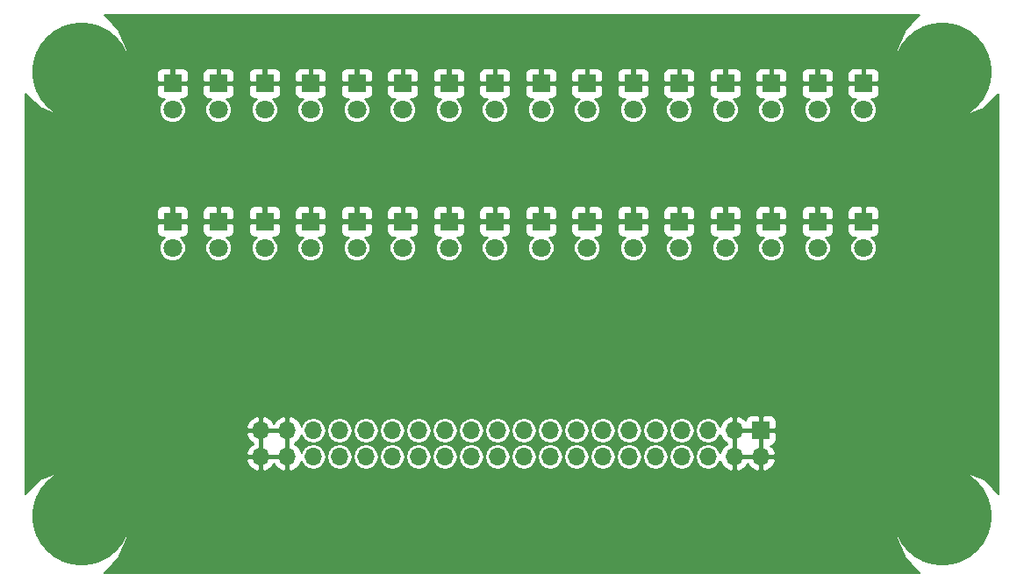
<source format=gbr>
G04 #@! TF.FileFunction,Copper,L2,Bot,Signal*
%FSLAX46Y46*%
G04 Gerber Fmt 4.6, Leading zero omitted, Abs format (unit mm)*
G04 Created by KiCad (PCBNEW (after 2015-mar-04 BZR unknown)-product) date 6/9/2017 3:43:27 PM*
%MOMM*%
G01*
G04 APERTURE LIST*
%ADD10C,0.150000*%
%ADD11R,1.800000X1.800000*%
%ADD12C,1.800000*%
%ADD13R,1.700000X1.700000*%
%ADD14O,1.700000X1.700000*%
%ADD15C,9.525000*%
%ADD16C,0.203200*%
G04 APERTURE END LIST*
D10*
D11*
X107315000Y-43180000D03*
D12*
X107315000Y-45720000D03*
D11*
X107315000Y-56515000D03*
D12*
X107315000Y-59055000D03*
D11*
X111760000Y-43180000D03*
D12*
X111760000Y-45720000D03*
D11*
X111760000Y-56515000D03*
D12*
X111760000Y-59055000D03*
D11*
X116205000Y-43180000D03*
D12*
X116205000Y-45720000D03*
D11*
X116205000Y-56515000D03*
D12*
X116205000Y-59055000D03*
D11*
X120650000Y-43180000D03*
D12*
X120650000Y-45720000D03*
D11*
X120650000Y-56515000D03*
D12*
X120650000Y-59055000D03*
D11*
X125095000Y-43180000D03*
D12*
X125095000Y-45720000D03*
D11*
X125095000Y-56515000D03*
D12*
X125095000Y-59055000D03*
D11*
X129540000Y-43180000D03*
D12*
X129540000Y-45720000D03*
D11*
X129540000Y-56515000D03*
D12*
X129540000Y-59055000D03*
D11*
X133985000Y-43180000D03*
D12*
X133985000Y-45720000D03*
D11*
X133985000Y-56515000D03*
D12*
X133985000Y-59055000D03*
D11*
X138430000Y-43180000D03*
D12*
X138430000Y-45720000D03*
D11*
X138430000Y-56515000D03*
D12*
X138430000Y-59055000D03*
D11*
X71755000Y-43180000D03*
D12*
X71755000Y-45720000D03*
D11*
X71755000Y-56515000D03*
D12*
X71755000Y-59055000D03*
D11*
X76200000Y-43180000D03*
D12*
X76200000Y-45720000D03*
D11*
X76200000Y-56515000D03*
D12*
X76200000Y-59055000D03*
D11*
X80645000Y-43180000D03*
D12*
X80645000Y-45720000D03*
D11*
X80645000Y-56515000D03*
D12*
X80645000Y-59055000D03*
D11*
X85090000Y-43180000D03*
D12*
X85090000Y-45720000D03*
D11*
X85090000Y-56515000D03*
D12*
X85090000Y-59055000D03*
D11*
X89535000Y-43180000D03*
D12*
X89535000Y-45720000D03*
D11*
X89535000Y-56515000D03*
D12*
X89535000Y-59055000D03*
D11*
X93980000Y-43180000D03*
D12*
X93980000Y-45720000D03*
D11*
X93980000Y-56515000D03*
D12*
X93980000Y-59055000D03*
D11*
X98425000Y-43180000D03*
D12*
X98425000Y-45720000D03*
D11*
X98425000Y-56515000D03*
D12*
X98425000Y-59055000D03*
D11*
X102870000Y-43180000D03*
D12*
X102870000Y-45720000D03*
D11*
X102870000Y-56515000D03*
D12*
X102870000Y-59055000D03*
D13*
X128524000Y-76708000D03*
D14*
X128524000Y-79248000D03*
X125984000Y-76708000D03*
X125984000Y-79248000D03*
X123444000Y-76708000D03*
X123444000Y-79248000D03*
X120904000Y-76708000D03*
X120904000Y-79248000D03*
X118364000Y-76708000D03*
X118364000Y-79248000D03*
X115824000Y-76708000D03*
X115824000Y-79248000D03*
X113284000Y-76708000D03*
X113284000Y-79248000D03*
X110744000Y-76708000D03*
X110744000Y-79248000D03*
X108204000Y-76708000D03*
X108204000Y-79248000D03*
X105664000Y-76708000D03*
X105664000Y-79248000D03*
X103124000Y-76708000D03*
X103124000Y-79248000D03*
X100584000Y-76708000D03*
X100584000Y-79248000D03*
X98044000Y-76708000D03*
X98044000Y-79248000D03*
X95504000Y-76708000D03*
X95504000Y-79248000D03*
X92964000Y-76708000D03*
X92964000Y-79248000D03*
X90424000Y-76708000D03*
X90424000Y-79248000D03*
X87884000Y-76708000D03*
X87884000Y-79248000D03*
X85344000Y-76708000D03*
X85344000Y-79248000D03*
X82804000Y-76708000D03*
X82804000Y-79248000D03*
X80264000Y-76708000D03*
X80264000Y-79248000D03*
D15*
X63000000Y-42000000D03*
X146000000Y-42000000D03*
X63000000Y-85000000D03*
X146000000Y-85000000D03*
D16*
G36*
X151453900Y-82857744D02*
X150047024Y-81448411D01*
X148073265Y-80628834D01*
X145936111Y-80626969D01*
X143960925Y-81443099D01*
X142448411Y-82952976D01*
X141628834Y-84926735D01*
X141626969Y-87063889D01*
X142443099Y-89039075D01*
X143855457Y-90453900D01*
X139939600Y-90453900D01*
X139939600Y-57536257D01*
X139939600Y-56819800D01*
X139939600Y-56210200D01*
X139939600Y-55493743D01*
X139939600Y-44201257D01*
X139939600Y-43484800D01*
X139939600Y-42875200D01*
X139939600Y-42158743D01*
X139846794Y-41934689D01*
X139675311Y-41763206D01*
X139451257Y-41670400D01*
X139208743Y-41670400D01*
X138734800Y-41670400D01*
X138582400Y-41822800D01*
X138582400Y-43027600D01*
X139787200Y-43027600D01*
X139939600Y-42875200D01*
X139939600Y-43484800D01*
X139787200Y-43332400D01*
X138582400Y-43332400D01*
X138582400Y-43352400D01*
X138277600Y-43352400D01*
X138277600Y-43332400D01*
X138277600Y-43027600D01*
X138277600Y-41822800D01*
X138125200Y-41670400D01*
X137651257Y-41670400D01*
X137408743Y-41670400D01*
X137184689Y-41763206D01*
X137013206Y-41934689D01*
X136920400Y-42158743D01*
X136920400Y-42875200D01*
X137072800Y-43027600D01*
X138277600Y-43027600D01*
X138277600Y-43332400D01*
X137072800Y-43332400D01*
X136920400Y-43484800D01*
X136920400Y-44201257D01*
X137013206Y-44425311D01*
X137184689Y-44596794D01*
X137408743Y-44689600D01*
X137651257Y-44689600D01*
X137684961Y-44689600D01*
X137366175Y-45007831D01*
X137174618Y-45469150D01*
X137174182Y-45968659D01*
X137364933Y-46430311D01*
X137717831Y-46783825D01*
X138179150Y-46975382D01*
X138678659Y-46975818D01*
X139140311Y-46785067D01*
X139493825Y-46432169D01*
X139685382Y-45970850D01*
X139685818Y-45471341D01*
X139495067Y-45009689D01*
X139175535Y-44689600D01*
X139208743Y-44689600D01*
X139451257Y-44689600D01*
X139675311Y-44596794D01*
X139846794Y-44425311D01*
X139939600Y-44201257D01*
X139939600Y-55493743D01*
X139846794Y-55269689D01*
X139675311Y-55098206D01*
X139451257Y-55005400D01*
X139208743Y-55005400D01*
X138734800Y-55005400D01*
X138582400Y-55157800D01*
X138582400Y-56362600D01*
X139787200Y-56362600D01*
X139939600Y-56210200D01*
X139939600Y-56819800D01*
X139787200Y-56667400D01*
X138582400Y-56667400D01*
X138582400Y-56687400D01*
X138277600Y-56687400D01*
X138277600Y-56667400D01*
X138277600Y-56362600D01*
X138277600Y-55157800D01*
X138125200Y-55005400D01*
X137651257Y-55005400D01*
X137408743Y-55005400D01*
X137184689Y-55098206D01*
X137013206Y-55269689D01*
X136920400Y-55493743D01*
X136920400Y-56210200D01*
X137072800Y-56362600D01*
X138277600Y-56362600D01*
X138277600Y-56667400D01*
X137072800Y-56667400D01*
X136920400Y-56819800D01*
X136920400Y-57536257D01*
X137013206Y-57760311D01*
X137184689Y-57931794D01*
X137408743Y-58024600D01*
X137651257Y-58024600D01*
X137684961Y-58024600D01*
X137366175Y-58342831D01*
X137174618Y-58804150D01*
X137174182Y-59303659D01*
X137364933Y-59765311D01*
X137717831Y-60118825D01*
X138179150Y-60310382D01*
X138678659Y-60310818D01*
X139140311Y-60120067D01*
X139493825Y-59767169D01*
X139685382Y-59305850D01*
X139685818Y-58806341D01*
X139495067Y-58344689D01*
X139175535Y-58024600D01*
X139208743Y-58024600D01*
X139451257Y-58024600D01*
X139675311Y-57931794D01*
X139846794Y-57760311D01*
X139939600Y-57536257D01*
X139939600Y-90453900D01*
X135494600Y-90453900D01*
X135494600Y-57536257D01*
X135494600Y-56819800D01*
X135494600Y-56210200D01*
X135494600Y-55493743D01*
X135494600Y-44201257D01*
X135494600Y-43484800D01*
X135494600Y-42875200D01*
X135494600Y-42158743D01*
X135401794Y-41934689D01*
X135230311Y-41763206D01*
X135006257Y-41670400D01*
X134763743Y-41670400D01*
X134289800Y-41670400D01*
X134137400Y-41822800D01*
X134137400Y-43027600D01*
X135342200Y-43027600D01*
X135494600Y-42875200D01*
X135494600Y-43484800D01*
X135342200Y-43332400D01*
X134137400Y-43332400D01*
X134137400Y-43352400D01*
X133832600Y-43352400D01*
X133832600Y-43332400D01*
X133832600Y-43027600D01*
X133832600Y-41822800D01*
X133680200Y-41670400D01*
X133206257Y-41670400D01*
X132963743Y-41670400D01*
X132739689Y-41763206D01*
X132568206Y-41934689D01*
X132475400Y-42158743D01*
X132475400Y-42875200D01*
X132627800Y-43027600D01*
X133832600Y-43027600D01*
X133832600Y-43332400D01*
X132627800Y-43332400D01*
X132475400Y-43484800D01*
X132475400Y-44201257D01*
X132568206Y-44425311D01*
X132739689Y-44596794D01*
X132963743Y-44689600D01*
X133206257Y-44689600D01*
X133239961Y-44689600D01*
X132921175Y-45007831D01*
X132729618Y-45469150D01*
X132729182Y-45968659D01*
X132919933Y-46430311D01*
X133272831Y-46783825D01*
X133734150Y-46975382D01*
X134233659Y-46975818D01*
X134695311Y-46785067D01*
X135048825Y-46432169D01*
X135240382Y-45970850D01*
X135240818Y-45471341D01*
X135050067Y-45009689D01*
X134730535Y-44689600D01*
X134763743Y-44689600D01*
X135006257Y-44689600D01*
X135230311Y-44596794D01*
X135401794Y-44425311D01*
X135494600Y-44201257D01*
X135494600Y-55493743D01*
X135401794Y-55269689D01*
X135230311Y-55098206D01*
X135006257Y-55005400D01*
X134763743Y-55005400D01*
X134289800Y-55005400D01*
X134137400Y-55157800D01*
X134137400Y-56362600D01*
X135342200Y-56362600D01*
X135494600Y-56210200D01*
X135494600Y-56819800D01*
X135342200Y-56667400D01*
X134137400Y-56667400D01*
X134137400Y-56687400D01*
X133832600Y-56687400D01*
X133832600Y-56667400D01*
X133832600Y-56362600D01*
X133832600Y-55157800D01*
X133680200Y-55005400D01*
X133206257Y-55005400D01*
X132963743Y-55005400D01*
X132739689Y-55098206D01*
X132568206Y-55269689D01*
X132475400Y-55493743D01*
X132475400Y-56210200D01*
X132627800Y-56362600D01*
X133832600Y-56362600D01*
X133832600Y-56667400D01*
X132627800Y-56667400D01*
X132475400Y-56819800D01*
X132475400Y-57536257D01*
X132568206Y-57760311D01*
X132739689Y-57931794D01*
X132963743Y-58024600D01*
X133206257Y-58024600D01*
X133239961Y-58024600D01*
X132921175Y-58342831D01*
X132729618Y-58804150D01*
X132729182Y-59303659D01*
X132919933Y-59765311D01*
X133272831Y-60118825D01*
X133734150Y-60310382D01*
X134233659Y-60310818D01*
X134695311Y-60120067D01*
X135048825Y-59767169D01*
X135240382Y-59305850D01*
X135240818Y-58806341D01*
X135050067Y-58344689D01*
X134730535Y-58024600D01*
X134763743Y-58024600D01*
X135006257Y-58024600D01*
X135230311Y-57931794D01*
X135401794Y-57760311D01*
X135494600Y-57536257D01*
X135494600Y-90453900D01*
X131049600Y-90453900D01*
X131049600Y-57536257D01*
X131049600Y-56819800D01*
X131049600Y-56210200D01*
X131049600Y-55493743D01*
X131049600Y-44201257D01*
X131049600Y-43484800D01*
X131049600Y-42875200D01*
X131049600Y-42158743D01*
X130956794Y-41934689D01*
X130785311Y-41763206D01*
X130561257Y-41670400D01*
X130318743Y-41670400D01*
X129844800Y-41670400D01*
X129692400Y-41822800D01*
X129692400Y-43027600D01*
X130897200Y-43027600D01*
X131049600Y-42875200D01*
X131049600Y-43484800D01*
X130897200Y-43332400D01*
X129692400Y-43332400D01*
X129692400Y-43352400D01*
X129387600Y-43352400D01*
X129387600Y-43332400D01*
X129387600Y-43027600D01*
X129387600Y-41822800D01*
X129235200Y-41670400D01*
X128761257Y-41670400D01*
X128518743Y-41670400D01*
X128294689Y-41763206D01*
X128123206Y-41934689D01*
X128030400Y-42158743D01*
X128030400Y-42875200D01*
X128182800Y-43027600D01*
X129387600Y-43027600D01*
X129387600Y-43332400D01*
X128182800Y-43332400D01*
X128030400Y-43484800D01*
X128030400Y-44201257D01*
X128123206Y-44425311D01*
X128294689Y-44596794D01*
X128518743Y-44689600D01*
X128761257Y-44689600D01*
X128794961Y-44689600D01*
X128476175Y-45007831D01*
X128284618Y-45469150D01*
X128284182Y-45968659D01*
X128474933Y-46430311D01*
X128827831Y-46783825D01*
X129289150Y-46975382D01*
X129788659Y-46975818D01*
X130250311Y-46785067D01*
X130603825Y-46432169D01*
X130795382Y-45970850D01*
X130795818Y-45471341D01*
X130605067Y-45009689D01*
X130285535Y-44689600D01*
X130318743Y-44689600D01*
X130561257Y-44689600D01*
X130785311Y-44596794D01*
X130956794Y-44425311D01*
X131049600Y-44201257D01*
X131049600Y-55493743D01*
X130956794Y-55269689D01*
X130785311Y-55098206D01*
X130561257Y-55005400D01*
X130318743Y-55005400D01*
X129844800Y-55005400D01*
X129692400Y-55157800D01*
X129692400Y-56362600D01*
X130897200Y-56362600D01*
X131049600Y-56210200D01*
X131049600Y-56819800D01*
X130897200Y-56667400D01*
X129692400Y-56667400D01*
X129692400Y-56687400D01*
X129387600Y-56687400D01*
X129387600Y-56667400D01*
X129387600Y-56362600D01*
X129387600Y-55157800D01*
X129235200Y-55005400D01*
X128761257Y-55005400D01*
X128518743Y-55005400D01*
X128294689Y-55098206D01*
X128123206Y-55269689D01*
X128030400Y-55493743D01*
X128030400Y-56210200D01*
X128182800Y-56362600D01*
X129387600Y-56362600D01*
X129387600Y-56667400D01*
X128182800Y-56667400D01*
X128030400Y-56819800D01*
X128030400Y-57536257D01*
X128123206Y-57760311D01*
X128294689Y-57931794D01*
X128518743Y-58024600D01*
X128761257Y-58024600D01*
X128794961Y-58024600D01*
X128476175Y-58342831D01*
X128284618Y-58804150D01*
X128284182Y-59303659D01*
X128474933Y-59765311D01*
X128827831Y-60118825D01*
X129289150Y-60310382D01*
X129788659Y-60310818D01*
X130250311Y-60120067D01*
X130603825Y-59767169D01*
X130795382Y-59305850D01*
X130795818Y-58806341D01*
X130605067Y-58344689D01*
X130285535Y-58024600D01*
X130318743Y-58024600D01*
X130561257Y-58024600D01*
X130785311Y-57931794D01*
X130956794Y-57760311D01*
X131049600Y-57536257D01*
X131049600Y-90453900D01*
X129983600Y-90453900D01*
X129983600Y-77679257D01*
X129983600Y-77012800D01*
X129983600Y-76403200D01*
X129983600Y-75736743D01*
X129890794Y-75512689D01*
X129719311Y-75341206D01*
X129495257Y-75248400D01*
X129252743Y-75248400D01*
X128828800Y-75248400D01*
X128676400Y-75400800D01*
X128676400Y-76555600D01*
X129831200Y-76555600D01*
X129983600Y-76403200D01*
X129983600Y-77012800D01*
X129831200Y-76860400D01*
X128676400Y-76860400D01*
X128676400Y-77949714D01*
X128676400Y-78015200D01*
X128676400Y-79095600D01*
X129823234Y-79095600D01*
X129933921Y-78870391D01*
X129682092Y-78359581D01*
X129463231Y-78167600D01*
X129495257Y-78167600D01*
X129719311Y-78074794D01*
X129890794Y-77903311D01*
X129983600Y-77679257D01*
X129983600Y-90453900D01*
X129933921Y-90453900D01*
X129933921Y-79625609D01*
X129823234Y-79400400D01*
X128676400Y-79400400D01*
X128676400Y-80546286D01*
X128901607Y-80657910D01*
X129253954Y-80511975D01*
X129682092Y-80136419D01*
X129933921Y-79625609D01*
X129933921Y-90453900D01*
X128371600Y-90453900D01*
X128371600Y-80546286D01*
X128371600Y-79400400D01*
X128371600Y-79095600D01*
X128371600Y-78015200D01*
X128371600Y-77949714D01*
X128371600Y-76860400D01*
X128371600Y-76555600D01*
X128371600Y-75400800D01*
X128219200Y-75248400D01*
X127795257Y-75248400D01*
X127552743Y-75248400D01*
X127328689Y-75341206D01*
X127157206Y-75512689D01*
X127064400Y-75736743D01*
X127064400Y-75751430D01*
X126713954Y-75444025D01*
X126604600Y-75398732D01*
X126604600Y-57536257D01*
X126604600Y-56819800D01*
X126604600Y-56210200D01*
X126604600Y-55493743D01*
X126604600Y-44201257D01*
X126604600Y-43484800D01*
X126604600Y-42875200D01*
X126604600Y-42158743D01*
X126511794Y-41934689D01*
X126340311Y-41763206D01*
X126116257Y-41670400D01*
X125873743Y-41670400D01*
X125399800Y-41670400D01*
X125247400Y-41822800D01*
X125247400Y-43027600D01*
X126452200Y-43027600D01*
X126604600Y-42875200D01*
X126604600Y-43484800D01*
X126452200Y-43332400D01*
X125247400Y-43332400D01*
X125247400Y-43352400D01*
X124942600Y-43352400D01*
X124942600Y-43332400D01*
X124942600Y-43027600D01*
X124942600Y-41822800D01*
X124790200Y-41670400D01*
X124316257Y-41670400D01*
X124073743Y-41670400D01*
X123849689Y-41763206D01*
X123678206Y-41934689D01*
X123585400Y-42158743D01*
X123585400Y-42875200D01*
X123737800Y-43027600D01*
X124942600Y-43027600D01*
X124942600Y-43332400D01*
X123737800Y-43332400D01*
X123585400Y-43484800D01*
X123585400Y-44201257D01*
X123678206Y-44425311D01*
X123849689Y-44596794D01*
X124073743Y-44689600D01*
X124316257Y-44689600D01*
X124349961Y-44689600D01*
X124031175Y-45007831D01*
X123839618Y-45469150D01*
X123839182Y-45968659D01*
X124029933Y-46430311D01*
X124382831Y-46783825D01*
X124844150Y-46975382D01*
X125343659Y-46975818D01*
X125805311Y-46785067D01*
X126158825Y-46432169D01*
X126350382Y-45970850D01*
X126350818Y-45471341D01*
X126160067Y-45009689D01*
X125840535Y-44689600D01*
X125873743Y-44689600D01*
X126116257Y-44689600D01*
X126340311Y-44596794D01*
X126511794Y-44425311D01*
X126604600Y-44201257D01*
X126604600Y-55493743D01*
X126511794Y-55269689D01*
X126340311Y-55098206D01*
X126116257Y-55005400D01*
X125873743Y-55005400D01*
X125399800Y-55005400D01*
X125247400Y-55157800D01*
X125247400Y-56362600D01*
X126452200Y-56362600D01*
X126604600Y-56210200D01*
X126604600Y-56819800D01*
X126452200Y-56667400D01*
X125247400Y-56667400D01*
X125247400Y-56687400D01*
X124942600Y-56687400D01*
X124942600Y-56667400D01*
X124942600Y-56362600D01*
X124942600Y-55157800D01*
X124790200Y-55005400D01*
X124316257Y-55005400D01*
X124073743Y-55005400D01*
X123849689Y-55098206D01*
X123678206Y-55269689D01*
X123585400Y-55493743D01*
X123585400Y-56210200D01*
X123737800Y-56362600D01*
X124942600Y-56362600D01*
X124942600Y-56667400D01*
X123737800Y-56667400D01*
X123585400Y-56819800D01*
X123585400Y-57536257D01*
X123678206Y-57760311D01*
X123849689Y-57931794D01*
X124073743Y-58024600D01*
X124316257Y-58024600D01*
X124349961Y-58024600D01*
X124031175Y-58342831D01*
X123839618Y-58804150D01*
X123839182Y-59303659D01*
X124029933Y-59765311D01*
X124382831Y-60118825D01*
X124844150Y-60310382D01*
X125343659Y-60310818D01*
X125805311Y-60120067D01*
X126158825Y-59767169D01*
X126350382Y-59305850D01*
X126350818Y-58806341D01*
X126160067Y-58344689D01*
X125840535Y-58024600D01*
X125873743Y-58024600D01*
X126116257Y-58024600D01*
X126340311Y-57931794D01*
X126511794Y-57760311D01*
X126604600Y-57536257D01*
X126604600Y-75398732D01*
X126361607Y-75298090D01*
X126136400Y-75409714D01*
X126136400Y-76555600D01*
X127216800Y-76555600D01*
X127283234Y-76555600D01*
X128371600Y-76555600D01*
X128371600Y-76860400D01*
X127283234Y-76860400D01*
X127216800Y-76860400D01*
X126136400Y-76860400D01*
X126136400Y-77949714D01*
X126136400Y-78006286D01*
X126136400Y-79095600D01*
X127224766Y-79095600D01*
X127283234Y-79095600D01*
X128371600Y-79095600D01*
X128371600Y-79400400D01*
X127283234Y-79400400D01*
X127224766Y-79400400D01*
X126136400Y-79400400D01*
X126136400Y-80546286D01*
X126361607Y-80657910D01*
X126713954Y-80511975D01*
X127142092Y-80136419D01*
X127254000Y-79909424D01*
X127365908Y-80136419D01*
X127794046Y-80511975D01*
X128146393Y-80657910D01*
X128371600Y-80546286D01*
X128371600Y-90453900D01*
X125831600Y-90453900D01*
X125831600Y-80546286D01*
X125831600Y-79400400D01*
X125811600Y-79400400D01*
X125811600Y-79095600D01*
X125831600Y-79095600D01*
X125831600Y-78006286D01*
X125831600Y-77949714D01*
X125831600Y-76860400D01*
X125811600Y-76860400D01*
X125811600Y-76555600D01*
X125831600Y-76555600D01*
X125831600Y-75409714D01*
X125606393Y-75298090D01*
X125254046Y-75444025D01*
X124825908Y-75819581D01*
X124577718Y-76323008D01*
X124557829Y-76223018D01*
X124296488Y-75831893D01*
X123905363Y-75570552D01*
X123444000Y-75478781D01*
X122982637Y-75570552D01*
X122591512Y-75831893D01*
X122330171Y-76223018D01*
X122238400Y-76684381D01*
X122238400Y-76731619D01*
X122330171Y-77192982D01*
X122591512Y-77584107D01*
X122982637Y-77845448D01*
X123444000Y-77937219D01*
X123905363Y-77845448D01*
X124296488Y-77584107D01*
X124557829Y-77192982D01*
X124577718Y-77092991D01*
X124825908Y-77596419D01*
X125254046Y-77971975D01*
X125268592Y-77978000D01*
X125254046Y-77984025D01*
X124825908Y-78359581D01*
X124577718Y-78863008D01*
X124557829Y-78763018D01*
X124296488Y-78371893D01*
X123905363Y-78110552D01*
X123444000Y-78018781D01*
X122982637Y-78110552D01*
X122591512Y-78371893D01*
X122330171Y-78763018D01*
X122238400Y-79224381D01*
X122238400Y-79271619D01*
X122330171Y-79732982D01*
X122591512Y-80124107D01*
X122982637Y-80385448D01*
X123444000Y-80477219D01*
X123905363Y-80385448D01*
X124296488Y-80124107D01*
X124557829Y-79732982D01*
X124577718Y-79632991D01*
X124825908Y-80136419D01*
X125254046Y-80511975D01*
X125606393Y-80657910D01*
X125831600Y-80546286D01*
X125831600Y-90453900D01*
X122159600Y-90453900D01*
X122159600Y-57536257D01*
X122159600Y-56819800D01*
X122159600Y-56210200D01*
X122159600Y-55493743D01*
X122159600Y-44201257D01*
X122159600Y-43484800D01*
X122159600Y-42875200D01*
X122159600Y-42158743D01*
X122066794Y-41934689D01*
X121895311Y-41763206D01*
X121671257Y-41670400D01*
X121428743Y-41670400D01*
X120954800Y-41670400D01*
X120802400Y-41822800D01*
X120802400Y-43027600D01*
X122007200Y-43027600D01*
X122159600Y-42875200D01*
X122159600Y-43484800D01*
X122007200Y-43332400D01*
X120802400Y-43332400D01*
X120802400Y-43352400D01*
X120497600Y-43352400D01*
X120497600Y-43332400D01*
X120497600Y-43027600D01*
X120497600Y-41822800D01*
X120345200Y-41670400D01*
X119871257Y-41670400D01*
X119628743Y-41670400D01*
X119404689Y-41763206D01*
X119233206Y-41934689D01*
X119140400Y-42158743D01*
X119140400Y-42875200D01*
X119292800Y-43027600D01*
X120497600Y-43027600D01*
X120497600Y-43332400D01*
X119292800Y-43332400D01*
X119140400Y-43484800D01*
X119140400Y-44201257D01*
X119233206Y-44425311D01*
X119404689Y-44596794D01*
X119628743Y-44689600D01*
X119871257Y-44689600D01*
X119904961Y-44689600D01*
X119586175Y-45007831D01*
X119394618Y-45469150D01*
X119394182Y-45968659D01*
X119584933Y-46430311D01*
X119937831Y-46783825D01*
X120399150Y-46975382D01*
X120898659Y-46975818D01*
X121360311Y-46785067D01*
X121713825Y-46432169D01*
X121905382Y-45970850D01*
X121905818Y-45471341D01*
X121715067Y-45009689D01*
X121395535Y-44689600D01*
X121428743Y-44689600D01*
X121671257Y-44689600D01*
X121895311Y-44596794D01*
X122066794Y-44425311D01*
X122159600Y-44201257D01*
X122159600Y-55493743D01*
X122066794Y-55269689D01*
X121895311Y-55098206D01*
X121671257Y-55005400D01*
X121428743Y-55005400D01*
X120954800Y-55005400D01*
X120802400Y-55157800D01*
X120802400Y-56362600D01*
X122007200Y-56362600D01*
X122159600Y-56210200D01*
X122159600Y-56819800D01*
X122007200Y-56667400D01*
X120802400Y-56667400D01*
X120802400Y-56687400D01*
X120497600Y-56687400D01*
X120497600Y-56667400D01*
X120497600Y-56362600D01*
X120497600Y-55157800D01*
X120345200Y-55005400D01*
X119871257Y-55005400D01*
X119628743Y-55005400D01*
X119404689Y-55098206D01*
X119233206Y-55269689D01*
X119140400Y-55493743D01*
X119140400Y-56210200D01*
X119292800Y-56362600D01*
X120497600Y-56362600D01*
X120497600Y-56667400D01*
X119292800Y-56667400D01*
X119140400Y-56819800D01*
X119140400Y-57536257D01*
X119233206Y-57760311D01*
X119404689Y-57931794D01*
X119628743Y-58024600D01*
X119871257Y-58024600D01*
X119904961Y-58024600D01*
X119586175Y-58342831D01*
X119394618Y-58804150D01*
X119394182Y-59303659D01*
X119584933Y-59765311D01*
X119937831Y-60118825D01*
X120399150Y-60310382D01*
X120898659Y-60310818D01*
X121360311Y-60120067D01*
X121713825Y-59767169D01*
X121905382Y-59305850D01*
X121905818Y-58806341D01*
X121715067Y-58344689D01*
X121395535Y-58024600D01*
X121428743Y-58024600D01*
X121671257Y-58024600D01*
X121895311Y-57931794D01*
X122066794Y-57760311D01*
X122159600Y-57536257D01*
X122159600Y-90453900D01*
X122109600Y-90453900D01*
X122109600Y-79271619D01*
X122109600Y-79224381D01*
X122109600Y-76731619D01*
X122109600Y-76684381D01*
X122017829Y-76223018D01*
X121756488Y-75831893D01*
X121365363Y-75570552D01*
X120904000Y-75478781D01*
X120442637Y-75570552D01*
X120051512Y-75831893D01*
X119790171Y-76223018D01*
X119698400Y-76684381D01*
X119698400Y-76731619D01*
X119790171Y-77192982D01*
X120051512Y-77584107D01*
X120442637Y-77845448D01*
X120904000Y-77937219D01*
X121365363Y-77845448D01*
X121756488Y-77584107D01*
X122017829Y-77192982D01*
X122109600Y-76731619D01*
X122109600Y-79224381D01*
X122017829Y-78763018D01*
X121756488Y-78371893D01*
X121365363Y-78110552D01*
X120904000Y-78018781D01*
X120442637Y-78110552D01*
X120051512Y-78371893D01*
X119790171Y-78763018D01*
X119698400Y-79224381D01*
X119698400Y-79271619D01*
X119790171Y-79732982D01*
X120051512Y-80124107D01*
X120442637Y-80385448D01*
X120904000Y-80477219D01*
X121365363Y-80385448D01*
X121756488Y-80124107D01*
X122017829Y-79732982D01*
X122109600Y-79271619D01*
X122109600Y-90453900D01*
X119569600Y-90453900D01*
X119569600Y-79271619D01*
X119569600Y-79224381D01*
X119569600Y-76731619D01*
X119569600Y-76684381D01*
X119477829Y-76223018D01*
X119216488Y-75831893D01*
X118825363Y-75570552D01*
X118364000Y-75478781D01*
X117902637Y-75570552D01*
X117714600Y-75696194D01*
X117714600Y-57536257D01*
X117714600Y-56819800D01*
X117714600Y-56210200D01*
X117714600Y-55493743D01*
X117714600Y-44201257D01*
X117714600Y-43484800D01*
X117714600Y-42875200D01*
X117714600Y-42158743D01*
X117621794Y-41934689D01*
X117450311Y-41763206D01*
X117226257Y-41670400D01*
X116983743Y-41670400D01*
X116509800Y-41670400D01*
X116357400Y-41822800D01*
X116357400Y-43027600D01*
X117562200Y-43027600D01*
X117714600Y-42875200D01*
X117714600Y-43484800D01*
X117562200Y-43332400D01*
X116357400Y-43332400D01*
X116357400Y-43352400D01*
X116052600Y-43352400D01*
X116052600Y-43332400D01*
X116052600Y-43027600D01*
X116052600Y-41822800D01*
X115900200Y-41670400D01*
X115426257Y-41670400D01*
X115183743Y-41670400D01*
X114959689Y-41763206D01*
X114788206Y-41934689D01*
X114695400Y-42158743D01*
X114695400Y-42875200D01*
X114847800Y-43027600D01*
X116052600Y-43027600D01*
X116052600Y-43332400D01*
X114847800Y-43332400D01*
X114695400Y-43484800D01*
X114695400Y-44201257D01*
X114788206Y-44425311D01*
X114959689Y-44596794D01*
X115183743Y-44689600D01*
X115426257Y-44689600D01*
X115459961Y-44689600D01*
X115141175Y-45007831D01*
X114949618Y-45469150D01*
X114949182Y-45968659D01*
X115139933Y-46430311D01*
X115492831Y-46783825D01*
X115954150Y-46975382D01*
X116453659Y-46975818D01*
X116915311Y-46785067D01*
X117268825Y-46432169D01*
X117460382Y-45970850D01*
X117460818Y-45471341D01*
X117270067Y-45009689D01*
X116950535Y-44689600D01*
X116983743Y-44689600D01*
X117226257Y-44689600D01*
X117450311Y-44596794D01*
X117621794Y-44425311D01*
X117714600Y-44201257D01*
X117714600Y-55493743D01*
X117621794Y-55269689D01*
X117450311Y-55098206D01*
X117226257Y-55005400D01*
X116983743Y-55005400D01*
X116509800Y-55005400D01*
X116357400Y-55157800D01*
X116357400Y-56362600D01*
X117562200Y-56362600D01*
X117714600Y-56210200D01*
X117714600Y-56819800D01*
X117562200Y-56667400D01*
X116357400Y-56667400D01*
X116357400Y-56687400D01*
X116052600Y-56687400D01*
X116052600Y-56667400D01*
X116052600Y-56362600D01*
X116052600Y-55157800D01*
X115900200Y-55005400D01*
X115426257Y-55005400D01*
X115183743Y-55005400D01*
X114959689Y-55098206D01*
X114788206Y-55269689D01*
X114695400Y-55493743D01*
X114695400Y-56210200D01*
X114847800Y-56362600D01*
X116052600Y-56362600D01*
X116052600Y-56667400D01*
X114847800Y-56667400D01*
X114695400Y-56819800D01*
X114695400Y-57536257D01*
X114788206Y-57760311D01*
X114959689Y-57931794D01*
X115183743Y-58024600D01*
X115426257Y-58024600D01*
X115459961Y-58024600D01*
X115141175Y-58342831D01*
X114949618Y-58804150D01*
X114949182Y-59303659D01*
X115139933Y-59765311D01*
X115492831Y-60118825D01*
X115954150Y-60310382D01*
X116453659Y-60310818D01*
X116915311Y-60120067D01*
X117268825Y-59767169D01*
X117460382Y-59305850D01*
X117460818Y-58806341D01*
X117270067Y-58344689D01*
X116950535Y-58024600D01*
X116983743Y-58024600D01*
X117226257Y-58024600D01*
X117450311Y-57931794D01*
X117621794Y-57760311D01*
X117714600Y-57536257D01*
X117714600Y-75696194D01*
X117511512Y-75831893D01*
X117250171Y-76223018D01*
X117158400Y-76684381D01*
X117158400Y-76731619D01*
X117250171Y-77192982D01*
X117511512Y-77584107D01*
X117902637Y-77845448D01*
X118364000Y-77937219D01*
X118825363Y-77845448D01*
X119216488Y-77584107D01*
X119477829Y-77192982D01*
X119569600Y-76731619D01*
X119569600Y-79224381D01*
X119477829Y-78763018D01*
X119216488Y-78371893D01*
X118825363Y-78110552D01*
X118364000Y-78018781D01*
X117902637Y-78110552D01*
X117511512Y-78371893D01*
X117250171Y-78763018D01*
X117158400Y-79224381D01*
X117158400Y-79271619D01*
X117250171Y-79732982D01*
X117511512Y-80124107D01*
X117902637Y-80385448D01*
X118364000Y-80477219D01*
X118825363Y-80385448D01*
X119216488Y-80124107D01*
X119477829Y-79732982D01*
X119569600Y-79271619D01*
X119569600Y-90453900D01*
X117029600Y-90453900D01*
X117029600Y-79271619D01*
X117029600Y-79224381D01*
X117029600Y-76731619D01*
X117029600Y-76684381D01*
X116937829Y-76223018D01*
X116676488Y-75831893D01*
X116285363Y-75570552D01*
X115824000Y-75478781D01*
X115362637Y-75570552D01*
X114971512Y-75831893D01*
X114710171Y-76223018D01*
X114618400Y-76684381D01*
X114618400Y-76731619D01*
X114710171Y-77192982D01*
X114971512Y-77584107D01*
X115362637Y-77845448D01*
X115824000Y-77937219D01*
X116285363Y-77845448D01*
X116676488Y-77584107D01*
X116937829Y-77192982D01*
X117029600Y-76731619D01*
X117029600Y-79224381D01*
X116937829Y-78763018D01*
X116676488Y-78371893D01*
X116285363Y-78110552D01*
X115824000Y-78018781D01*
X115362637Y-78110552D01*
X114971512Y-78371893D01*
X114710171Y-78763018D01*
X114618400Y-79224381D01*
X114618400Y-79271619D01*
X114710171Y-79732982D01*
X114971512Y-80124107D01*
X115362637Y-80385448D01*
X115824000Y-80477219D01*
X116285363Y-80385448D01*
X116676488Y-80124107D01*
X116937829Y-79732982D01*
X117029600Y-79271619D01*
X117029600Y-90453900D01*
X114489600Y-90453900D01*
X114489600Y-79271619D01*
X114489600Y-79224381D01*
X114489600Y-76731619D01*
X114489600Y-76684381D01*
X114397829Y-76223018D01*
X114136488Y-75831893D01*
X113745363Y-75570552D01*
X113284000Y-75478781D01*
X113269600Y-75481645D01*
X113269600Y-57536257D01*
X113269600Y-56819800D01*
X113269600Y-56210200D01*
X113269600Y-55493743D01*
X113269600Y-44201257D01*
X113269600Y-43484800D01*
X113269600Y-42875200D01*
X113269600Y-42158743D01*
X113176794Y-41934689D01*
X113005311Y-41763206D01*
X112781257Y-41670400D01*
X112538743Y-41670400D01*
X112064800Y-41670400D01*
X111912400Y-41822800D01*
X111912400Y-43027600D01*
X113117200Y-43027600D01*
X113269600Y-42875200D01*
X113269600Y-43484800D01*
X113117200Y-43332400D01*
X111912400Y-43332400D01*
X111912400Y-43352400D01*
X111607600Y-43352400D01*
X111607600Y-43332400D01*
X111607600Y-43027600D01*
X111607600Y-41822800D01*
X111455200Y-41670400D01*
X110981257Y-41670400D01*
X110738743Y-41670400D01*
X110514689Y-41763206D01*
X110343206Y-41934689D01*
X110250400Y-42158743D01*
X110250400Y-42875200D01*
X110402800Y-43027600D01*
X111607600Y-43027600D01*
X111607600Y-43332400D01*
X110402800Y-43332400D01*
X110250400Y-43484800D01*
X110250400Y-44201257D01*
X110343206Y-44425311D01*
X110514689Y-44596794D01*
X110738743Y-44689600D01*
X110981257Y-44689600D01*
X111014961Y-44689600D01*
X110696175Y-45007831D01*
X110504618Y-45469150D01*
X110504182Y-45968659D01*
X110694933Y-46430311D01*
X111047831Y-46783825D01*
X111509150Y-46975382D01*
X112008659Y-46975818D01*
X112470311Y-46785067D01*
X112823825Y-46432169D01*
X113015382Y-45970850D01*
X113015818Y-45471341D01*
X112825067Y-45009689D01*
X112505535Y-44689600D01*
X112538743Y-44689600D01*
X112781257Y-44689600D01*
X113005311Y-44596794D01*
X113176794Y-44425311D01*
X113269600Y-44201257D01*
X113269600Y-55493743D01*
X113176794Y-55269689D01*
X113005311Y-55098206D01*
X112781257Y-55005400D01*
X112538743Y-55005400D01*
X112064800Y-55005400D01*
X111912400Y-55157800D01*
X111912400Y-56362600D01*
X113117200Y-56362600D01*
X113269600Y-56210200D01*
X113269600Y-56819800D01*
X113117200Y-56667400D01*
X111912400Y-56667400D01*
X111912400Y-56687400D01*
X111607600Y-56687400D01*
X111607600Y-56667400D01*
X111607600Y-56362600D01*
X111607600Y-55157800D01*
X111455200Y-55005400D01*
X110981257Y-55005400D01*
X110738743Y-55005400D01*
X110514689Y-55098206D01*
X110343206Y-55269689D01*
X110250400Y-55493743D01*
X110250400Y-56210200D01*
X110402800Y-56362600D01*
X111607600Y-56362600D01*
X111607600Y-56667400D01*
X110402800Y-56667400D01*
X110250400Y-56819800D01*
X110250400Y-57536257D01*
X110343206Y-57760311D01*
X110514689Y-57931794D01*
X110738743Y-58024600D01*
X110981257Y-58024600D01*
X111014961Y-58024600D01*
X110696175Y-58342831D01*
X110504618Y-58804150D01*
X110504182Y-59303659D01*
X110694933Y-59765311D01*
X111047831Y-60118825D01*
X111509150Y-60310382D01*
X112008659Y-60310818D01*
X112470311Y-60120067D01*
X112823825Y-59767169D01*
X113015382Y-59305850D01*
X113015818Y-58806341D01*
X112825067Y-58344689D01*
X112505535Y-58024600D01*
X112538743Y-58024600D01*
X112781257Y-58024600D01*
X113005311Y-57931794D01*
X113176794Y-57760311D01*
X113269600Y-57536257D01*
X113269600Y-75481645D01*
X112822637Y-75570552D01*
X112431512Y-75831893D01*
X112170171Y-76223018D01*
X112078400Y-76684381D01*
X112078400Y-76731619D01*
X112170171Y-77192982D01*
X112431512Y-77584107D01*
X112822637Y-77845448D01*
X113284000Y-77937219D01*
X113745363Y-77845448D01*
X114136488Y-77584107D01*
X114397829Y-77192982D01*
X114489600Y-76731619D01*
X114489600Y-79224381D01*
X114397829Y-78763018D01*
X114136488Y-78371893D01*
X113745363Y-78110552D01*
X113284000Y-78018781D01*
X112822637Y-78110552D01*
X112431512Y-78371893D01*
X112170171Y-78763018D01*
X112078400Y-79224381D01*
X112078400Y-79271619D01*
X112170171Y-79732982D01*
X112431512Y-80124107D01*
X112822637Y-80385448D01*
X113284000Y-80477219D01*
X113745363Y-80385448D01*
X114136488Y-80124107D01*
X114397829Y-79732982D01*
X114489600Y-79271619D01*
X114489600Y-90453900D01*
X111949600Y-90453900D01*
X111949600Y-79271619D01*
X111949600Y-79224381D01*
X111949600Y-76731619D01*
X111949600Y-76684381D01*
X111857829Y-76223018D01*
X111596488Y-75831893D01*
X111205363Y-75570552D01*
X110744000Y-75478781D01*
X110282637Y-75570552D01*
X109891512Y-75831893D01*
X109630171Y-76223018D01*
X109538400Y-76684381D01*
X109538400Y-76731619D01*
X109630171Y-77192982D01*
X109891512Y-77584107D01*
X110282637Y-77845448D01*
X110744000Y-77937219D01*
X111205363Y-77845448D01*
X111596488Y-77584107D01*
X111857829Y-77192982D01*
X111949600Y-76731619D01*
X111949600Y-79224381D01*
X111857829Y-78763018D01*
X111596488Y-78371893D01*
X111205363Y-78110552D01*
X110744000Y-78018781D01*
X110282637Y-78110552D01*
X109891512Y-78371893D01*
X109630171Y-78763018D01*
X109538400Y-79224381D01*
X109538400Y-79271619D01*
X109630171Y-79732982D01*
X109891512Y-80124107D01*
X110282637Y-80385448D01*
X110744000Y-80477219D01*
X111205363Y-80385448D01*
X111596488Y-80124107D01*
X111857829Y-79732982D01*
X111949600Y-79271619D01*
X111949600Y-90453900D01*
X109409600Y-90453900D01*
X109409600Y-79271619D01*
X109409600Y-79224381D01*
X109409600Y-76731619D01*
X109409600Y-76684381D01*
X109317829Y-76223018D01*
X109056488Y-75831893D01*
X108824600Y-75676950D01*
X108824600Y-57536257D01*
X108824600Y-56819800D01*
X108824600Y-56210200D01*
X108824600Y-55493743D01*
X108824600Y-44201257D01*
X108824600Y-43484800D01*
X108824600Y-42875200D01*
X108824600Y-42158743D01*
X108731794Y-41934689D01*
X108560311Y-41763206D01*
X108336257Y-41670400D01*
X108093743Y-41670400D01*
X107619800Y-41670400D01*
X107467400Y-41822800D01*
X107467400Y-43027600D01*
X108672200Y-43027600D01*
X108824600Y-42875200D01*
X108824600Y-43484800D01*
X108672200Y-43332400D01*
X107467400Y-43332400D01*
X107467400Y-43352400D01*
X107162600Y-43352400D01*
X107162600Y-43332400D01*
X107162600Y-43027600D01*
X107162600Y-41822800D01*
X107010200Y-41670400D01*
X106536257Y-41670400D01*
X106293743Y-41670400D01*
X106069689Y-41763206D01*
X105898206Y-41934689D01*
X105805400Y-42158743D01*
X105805400Y-42875200D01*
X105957800Y-43027600D01*
X107162600Y-43027600D01*
X107162600Y-43332400D01*
X105957800Y-43332400D01*
X105805400Y-43484800D01*
X105805400Y-44201257D01*
X105898206Y-44425311D01*
X106069689Y-44596794D01*
X106293743Y-44689600D01*
X106536257Y-44689600D01*
X106569961Y-44689600D01*
X106251175Y-45007831D01*
X106059618Y-45469150D01*
X106059182Y-45968659D01*
X106249933Y-46430311D01*
X106602831Y-46783825D01*
X107064150Y-46975382D01*
X107563659Y-46975818D01*
X108025311Y-46785067D01*
X108378825Y-46432169D01*
X108570382Y-45970850D01*
X108570818Y-45471341D01*
X108380067Y-45009689D01*
X108060535Y-44689600D01*
X108093743Y-44689600D01*
X108336257Y-44689600D01*
X108560311Y-44596794D01*
X108731794Y-44425311D01*
X108824600Y-44201257D01*
X108824600Y-55493743D01*
X108731794Y-55269689D01*
X108560311Y-55098206D01*
X108336257Y-55005400D01*
X108093743Y-55005400D01*
X107619800Y-55005400D01*
X107467400Y-55157800D01*
X107467400Y-56362600D01*
X108672200Y-56362600D01*
X108824600Y-56210200D01*
X108824600Y-56819800D01*
X108672200Y-56667400D01*
X107467400Y-56667400D01*
X107467400Y-56687400D01*
X107162600Y-56687400D01*
X107162600Y-56667400D01*
X107162600Y-56362600D01*
X107162600Y-55157800D01*
X107010200Y-55005400D01*
X106536257Y-55005400D01*
X106293743Y-55005400D01*
X106069689Y-55098206D01*
X105898206Y-55269689D01*
X105805400Y-55493743D01*
X105805400Y-56210200D01*
X105957800Y-56362600D01*
X107162600Y-56362600D01*
X107162600Y-56667400D01*
X105957800Y-56667400D01*
X105805400Y-56819800D01*
X105805400Y-57536257D01*
X105898206Y-57760311D01*
X106069689Y-57931794D01*
X106293743Y-58024600D01*
X106536257Y-58024600D01*
X106569961Y-58024600D01*
X106251175Y-58342831D01*
X106059618Y-58804150D01*
X106059182Y-59303659D01*
X106249933Y-59765311D01*
X106602831Y-60118825D01*
X107064150Y-60310382D01*
X107563659Y-60310818D01*
X108025311Y-60120067D01*
X108378825Y-59767169D01*
X108570382Y-59305850D01*
X108570818Y-58806341D01*
X108380067Y-58344689D01*
X108060535Y-58024600D01*
X108093743Y-58024600D01*
X108336257Y-58024600D01*
X108560311Y-57931794D01*
X108731794Y-57760311D01*
X108824600Y-57536257D01*
X108824600Y-75676950D01*
X108665363Y-75570552D01*
X108204000Y-75478781D01*
X107742637Y-75570552D01*
X107351512Y-75831893D01*
X107090171Y-76223018D01*
X106998400Y-76684381D01*
X106998400Y-76731619D01*
X107090171Y-77192982D01*
X107351512Y-77584107D01*
X107742637Y-77845448D01*
X108204000Y-77937219D01*
X108665363Y-77845448D01*
X109056488Y-77584107D01*
X109317829Y-77192982D01*
X109409600Y-76731619D01*
X109409600Y-79224381D01*
X109317829Y-78763018D01*
X109056488Y-78371893D01*
X108665363Y-78110552D01*
X108204000Y-78018781D01*
X107742637Y-78110552D01*
X107351512Y-78371893D01*
X107090171Y-78763018D01*
X106998400Y-79224381D01*
X106998400Y-79271619D01*
X107090171Y-79732982D01*
X107351512Y-80124107D01*
X107742637Y-80385448D01*
X108204000Y-80477219D01*
X108665363Y-80385448D01*
X109056488Y-80124107D01*
X109317829Y-79732982D01*
X109409600Y-79271619D01*
X109409600Y-90453900D01*
X106869600Y-90453900D01*
X106869600Y-79271619D01*
X106869600Y-79224381D01*
X106869600Y-76731619D01*
X106869600Y-76684381D01*
X106777829Y-76223018D01*
X106516488Y-75831893D01*
X106125363Y-75570552D01*
X105664000Y-75478781D01*
X105202637Y-75570552D01*
X104811512Y-75831893D01*
X104550171Y-76223018D01*
X104458400Y-76684381D01*
X104458400Y-76731619D01*
X104550171Y-77192982D01*
X104811512Y-77584107D01*
X105202637Y-77845448D01*
X105664000Y-77937219D01*
X106125363Y-77845448D01*
X106516488Y-77584107D01*
X106777829Y-77192982D01*
X106869600Y-76731619D01*
X106869600Y-79224381D01*
X106777829Y-78763018D01*
X106516488Y-78371893D01*
X106125363Y-78110552D01*
X105664000Y-78018781D01*
X105202637Y-78110552D01*
X104811512Y-78371893D01*
X104550171Y-78763018D01*
X104458400Y-79224381D01*
X104458400Y-79271619D01*
X104550171Y-79732982D01*
X104811512Y-80124107D01*
X105202637Y-80385448D01*
X105664000Y-80477219D01*
X106125363Y-80385448D01*
X106516488Y-80124107D01*
X106777829Y-79732982D01*
X106869600Y-79271619D01*
X106869600Y-90453900D01*
X104379600Y-90453900D01*
X104379600Y-57536257D01*
X104379600Y-56819800D01*
X104379600Y-56210200D01*
X104379600Y-55493743D01*
X104379600Y-44201257D01*
X104379600Y-43484800D01*
X104379600Y-42875200D01*
X104379600Y-42158743D01*
X104286794Y-41934689D01*
X104115311Y-41763206D01*
X103891257Y-41670400D01*
X103648743Y-41670400D01*
X103174800Y-41670400D01*
X103022400Y-41822800D01*
X103022400Y-43027600D01*
X104227200Y-43027600D01*
X104379600Y-42875200D01*
X104379600Y-43484800D01*
X104227200Y-43332400D01*
X103022400Y-43332400D01*
X103022400Y-43352400D01*
X102717600Y-43352400D01*
X102717600Y-43332400D01*
X102717600Y-43027600D01*
X102717600Y-41822800D01*
X102565200Y-41670400D01*
X102091257Y-41670400D01*
X101848743Y-41670400D01*
X101624689Y-41763206D01*
X101453206Y-41934689D01*
X101360400Y-42158743D01*
X101360400Y-42875200D01*
X101512800Y-43027600D01*
X102717600Y-43027600D01*
X102717600Y-43332400D01*
X101512800Y-43332400D01*
X101360400Y-43484800D01*
X101360400Y-44201257D01*
X101453206Y-44425311D01*
X101624689Y-44596794D01*
X101848743Y-44689600D01*
X102091257Y-44689600D01*
X102124961Y-44689600D01*
X101806175Y-45007831D01*
X101614618Y-45469150D01*
X101614182Y-45968659D01*
X101804933Y-46430311D01*
X102157831Y-46783825D01*
X102619150Y-46975382D01*
X103118659Y-46975818D01*
X103580311Y-46785067D01*
X103933825Y-46432169D01*
X104125382Y-45970850D01*
X104125818Y-45471341D01*
X103935067Y-45009689D01*
X103615535Y-44689600D01*
X103648743Y-44689600D01*
X103891257Y-44689600D01*
X104115311Y-44596794D01*
X104286794Y-44425311D01*
X104379600Y-44201257D01*
X104379600Y-55493743D01*
X104286794Y-55269689D01*
X104115311Y-55098206D01*
X103891257Y-55005400D01*
X103648743Y-55005400D01*
X103174800Y-55005400D01*
X103022400Y-55157800D01*
X103022400Y-56362600D01*
X104227200Y-56362600D01*
X104379600Y-56210200D01*
X104379600Y-56819800D01*
X104227200Y-56667400D01*
X103022400Y-56667400D01*
X103022400Y-56687400D01*
X102717600Y-56687400D01*
X102717600Y-56667400D01*
X102717600Y-56362600D01*
X102717600Y-55157800D01*
X102565200Y-55005400D01*
X102091257Y-55005400D01*
X101848743Y-55005400D01*
X101624689Y-55098206D01*
X101453206Y-55269689D01*
X101360400Y-55493743D01*
X101360400Y-56210200D01*
X101512800Y-56362600D01*
X102717600Y-56362600D01*
X102717600Y-56667400D01*
X101512800Y-56667400D01*
X101360400Y-56819800D01*
X101360400Y-57536257D01*
X101453206Y-57760311D01*
X101624689Y-57931794D01*
X101848743Y-58024600D01*
X102091257Y-58024600D01*
X102124961Y-58024600D01*
X101806175Y-58342831D01*
X101614618Y-58804150D01*
X101614182Y-59303659D01*
X101804933Y-59765311D01*
X102157831Y-60118825D01*
X102619150Y-60310382D01*
X103118659Y-60310818D01*
X103580311Y-60120067D01*
X103933825Y-59767169D01*
X104125382Y-59305850D01*
X104125818Y-58806341D01*
X103935067Y-58344689D01*
X103615535Y-58024600D01*
X103648743Y-58024600D01*
X103891257Y-58024600D01*
X104115311Y-57931794D01*
X104286794Y-57760311D01*
X104379600Y-57536257D01*
X104379600Y-90453900D01*
X104329600Y-90453900D01*
X104329600Y-79271619D01*
X104329600Y-79224381D01*
X104329600Y-76731619D01*
X104329600Y-76684381D01*
X104237829Y-76223018D01*
X103976488Y-75831893D01*
X103585363Y-75570552D01*
X103124000Y-75478781D01*
X102662637Y-75570552D01*
X102271512Y-75831893D01*
X102010171Y-76223018D01*
X101918400Y-76684381D01*
X101918400Y-76731619D01*
X102010171Y-77192982D01*
X102271512Y-77584107D01*
X102662637Y-77845448D01*
X103124000Y-77937219D01*
X103585363Y-77845448D01*
X103976488Y-77584107D01*
X104237829Y-77192982D01*
X104329600Y-76731619D01*
X104329600Y-79224381D01*
X104237829Y-78763018D01*
X103976488Y-78371893D01*
X103585363Y-78110552D01*
X103124000Y-78018781D01*
X102662637Y-78110552D01*
X102271512Y-78371893D01*
X102010171Y-78763018D01*
X101918400Y-79224381D01*
X101918400Y-79271619D01*
X102010171Y-79732982D01*
X102271512Y-80124107D01*
X102662637Y-80385448D01*
X103124000Y-80477219D01*
X103585363Y-80385448D01*
X103976488Y-80124107D01*
X104237829Y-79732982D01*
X104329600Y-79271619D01*
X104329600Y-90453900D01*
X101789600Y-90453900D01*
X101789600Y-79271619D01*
X101789600Y-79224381D01*
X101789600Y-76731619D01*
X101789600Y-76684381D01*
X101697829Y-76223018D01*
X101436488Y-75831893D01*
X101045363Y-75570552D01*
X100584000Y-75478781D01*
X100122637Y-75570552D01*
X99934600Y-75696194D01*
X99934600Y-57536257D01*
X99934600Y-56819800D01*
X99934600Y-56210200D01*
X99934600Y-55493743D01*
X99934600Y-44201257D01*
X99934600Y-43484800D01*
X99934600Y-42875200D01*
X99934600Y-42158743D01*
X99841794Y-41934689D01*
X99670311Y-41763206D01*
X99446257Y-41670400D01*
X99203743Y-41670400D01*
X98729800Y-41670400D01*
X98577400Y-41822800D01*
X98577400Y-43027600D01*
X99782200Y-43027600D01*
X99934600Y-42875200D01*
X99934600Y-43484800D01*
X99782200Y-43332400D01*
X98577400Y-43332400D01*
X98577400Y-43352400D01*
X98272600Y-43352400D01*
X98272600Y-43332400D01*
X98272600Y-43027600D01*
X98272600Y-41822800D01*
X98120200Y-41670400D01*
X97646257Y-41670400D01*
X97403743Y-41670400D01*
X97179689Y-41763206D01*
X97008206Y-41934689D01*
X96915400Y-42158743D01*
X96915400Y-42875200D01*
X97067800Y-43027600D01*
X98272600Y-43027600D01*
X98272600Y-43332400D01*
X97067800Y-43332400D01*
X96915400Y-43484800D01*
X96915400Y-44201257D01*
X97008206Y-44425311D01*
X97179689Y-44596794D01*
X97403743Y-44689600D01*
X97646257Y-44689600D01*
X97679961Y-44689600D01*
X97361175Y-45007831D01*
X97169618Y-45469150D01*
X97169182Y-45968659D01*
X97359933Y-46430311D01*
X97712831Y-46783825D01*
X98174150Y-46975382D01*
X98673659Y-46975818D01*
X99135311Y-46785067D01*
X99488825Y-46432169D01*
X99680382Y-45970850D01*
X99680818Y-45471341D01*
X99490067Y-45009689D01*
X99170535Y-44689600D01*
X99203743Y-44689600D01*
X99446257Y-44689600D01*
X99670311Y-44596794D01*
X99841794Y-44425311D01*
X99934600Y-44201257D01*
X99934600Y-55493743D01*
X99841794Y-55269689D01*
X99670311Y-55098206D01*
X99446257Y-55005400D01*
X99203743Y-55005400D01*
X98729800Y-55005400D01*
X98577400Y-55157800D01*
X98577400Y-56362600D01*
X99782200Y-56362600D01*
X99934600Y-56210200D01*
X99934600Y-56819800D01*
X99782200Y-56667400D01*
X98577400Y-56667400D01*
X98577400Y-56687400D01*
X98272600Y-56687400D01*
X98272600Y-56667400D01*
X98272600Y-56362600D01*
X98272600Y-55157800D01*
X98120200Y-55005400D01*
X97646257Y-55005400D01*
X97403743Y-55005400D01*
X97179689Y-55098206D01*
X97008206Y-55269689D01*
X96915400Y-55493743D01*
X96915400Y-56210200D01*
X97067800Y-56362600D01*
X98272600Y-56362600D01*
X98272600Y-56667400D01*
X97067800Y-56667400D01*
X96915400Y-56819800D01*
X96915400Y-57536257D01*
X97008206Y-57760311D01*
X97179689Y-57931794D01*
X97403743Y-58024600D01*
X97646257Y-58024600D01*
X97679961Y-58024600D01*
X97361175Y-58342831D01*
X97169618Y-58804150D01*
X97169182Y-59303659D01*
X97359933Y-59765311D01*
X97712831Y-60118825D01*
X98174150Y-60310382D01*
X98673659Y-60310818D01*
X99135311Y-60120067D01*
X99488825Y-59767169D01*
X99680382Y-59305850D01*
X99680818Y-58806341D01*
X99490067Y-58344689D01*
X99170535Y-58024600D01*
X99203743Y-58024600D01*
X99446257Y-58024600D01*
X99670311Y-57931794D01*
X99841794Y-57760311D01*
X99934600Y-57536257D01*
X99934600Y-75696194D01*
X99731512Y-75831893D01*
X99470171Y-76223018D01*
X99378400Y-76684381D01*
X99378400Y-76731619D01*
X99470171Y-77192982D01*
X99731512Y-77584107D01*
X100122637Y-77845448D01*
X100584000Y-77937219D01*
X101045363Y-77845448D01*
X101436488Y-77584107D01*
X101697829Y-77192982D01*
X101789600Y-76731619D01*
X101789600Y-79224381D01*
X101697829Y-78763018D01*
X101436488Y-78371893D01*
X101045363Y-78110552D01*
X100584000Y-78018781D01*
X100122637Y-78110552D01*
X99731512Y-78371893D01*
X99470171Y-78763018D01*
X99378400Y-79224381D01*
X99378400Y-79271619D01*
X99470171Y-79732982D01*
X99731512Y-80124107D01*
X100122637Y-80385448D01*
X100584000Y-80477219D01*
X101045363Y-80385448D01*
X101436488Y-80124107D01*
X101697829Y-79732982D01*
X101789600Y-79271619D01*
X101789600Y-90453900D01*
X99249600Y-90453900D01*
X99249600Y-79271619D01*
X99249600Y-79224381D01*
X99249600Y-76731619D01*
X99249600Y-76684381D01*
X99157829Y-76223018D01*
X98896488Y-75831893D01*
X98505363Y-75570552D01*
X98044000Y-75478781D01*
X97582637Y-75570552D01*
X97191512Y-75831893D01*
X96930171Y-76223018D01*
X96838400Y-76684381D01*
X96838400Y-76731619D01*
X96930171Y-77192982D01*
X97191512Y-77584107D01*
X97582637Y-77845448D01*
X98044000Y-77937219D01*
X98505363Y-77845448D01*
X98896488Y-77584107D01*
X99157829Y-77192982D01*
X99249600Y-76731619D01*
X99249600Y-79224381D01*
X99157829Y-78763018D01*
X98896488Y-78371893D01*
X98505363Y-78110552D01*
X98044000Y-78018781D01*
X97582637Y-78110552D01*
X97191512Y-78371893D01*
X96930171Y-78763018D01*
X96838400Y-79224381D01*
X96838400Y-79271619D01*
X96930171Y-79732982D01*
X97191512Y-80124107D01*
X97582637Y-80385448D01*
X98044000Y-80477219D01*
X98505363Y-80385448D01*
X98896488Y-80124107D01*
X99157829Y-79732982D01*
X99249600Y-79271619D01*
X99249600Y-90453900D01*
X96709600Y-90453900D01*
X96709600Y-79271619D01*
X96709600Y-79224381D01*
X96709600Y-76731619D01*
X96709600Y-76684381D01*
X96617829Y-76223018D01*
X96356488Y-75831893D01*
X95965363Y-75570552D01*
X95504000Y-75478781D01*
X95489600Y-75481645D01*
X95489600Y-57536257D01*
X95489600Y-56819800D01*
X95489600Y-56210200D01*
X95489600Y-55493743D01*
X95489600Y-44201257D01*
X95489600Y-43484800D01*
X95489600Y-42875200D01*
X95489600Y-42158743D01*
X95396794Y-41934689D01*
X95225311Y-41763206D01*
X95001257Y-41670400D01*
X94758743Y-41670400D01*
X94284800Y-41670400D01*
X94132400Y-41822800D01*
X94132400Y-43027600D01*
X95337200Y-43027600D01*
X95489600Y-42875200D01*
X95489600Y-43484800D01*
X95337200Y-43332400D01*
X94132400Y-43332400D01*
X94132400Y-43352400D01*
X93827600Y-43352400D01*
X93827600Y-43332400D01*
X93827600Y-43027600D01*
X93827600Y-41822800D01*
X93675200Y-41670400D01*
X93201257Y-41670400D01*
X92958743Y-41670400D01*
X92734689Y-41763206D01*
X92563206Y-41934689D01*
X92470400Y-42158743D01*
X92470400Y-42875200D01*
X92622800Y-43027600D01*
X93827600Y-43027600D01*
X93827600Y-43332400D01*
X92622800Y-43332400D01*
X92470400Y-43484800D01*
X92470400Y-44201257D01*
X92563206Y-44425311D01*
X92734689Y-44596794D01*
X92958743Y-44689600D01*
X93201257Y-44689600D01*
X93234961Y-44689600D01*
X92916175Y-45007831D01*
X92724618Y-45469150D01*
X92724182Y-45968659D01*
X92914933Y-46430311D01*
X93267831Y-46783825D01*
X93729150Y-46975382D01*
X94228659Y-46975818D01*
X94690311Y-46785067D01*
X95043825Y-46432169D01*
X95235382Y-45970850D01*
X95235818Y-45471341D01*
X95045067Y-45009689D01*
X94725535Y-44689600D01*
X94758743Y-44689600D01*
X95001257Y-44689600D01*
X95225311Y-44596794D01*
X95396794Y-44425311D01*
X95489600Y-44201257D01*
X95489600Y-55493743D01*
X95396794Y-55269689D01*
X95225311Y-55098206D01*
X95001257Y-55005400D01*
X94758743Y-55005400D01*
X94284800Y-55005400D01*
X94132400Y-55157800D01*
X94132400Y-56362600D01*
X95337200Y-56362600D01*
X95489600Y-56210200D01*
X95489600Y-56819800D01*
X95337200Y-56667400D01*
X94132400Y-56667400D01*
X94132400Y-56687400D01*
X93827600Y-56687400D01*
X93827600Y-56667400D01*
X93827600Y-56362600D01*
X93827600Y-55157800D01*
X93675200Y-55005400D01*
X93201257Y-55005400D01*
X92958743Y-55005400D01*
X92734689Y-55098206D01*
X92563206Y-55269689D01*
X92470400Y-55493743D01*
X92470400Y-56210200D01*
X92622800Y-56362600D01*
X93827600Y-56362600D01*
X93827600Y-56667400D01*
X92622800Y-56667400D01*
X92470400Y-56819800D01*
X92470400Y-57536257D01*
X92563206Y-57760311D01*
X92734689Y-57931794D01*
X92958743Y-58024600D01*
X93201257Y-58024600D01*
X93234961Y-58024600D01*
X92916175Y-58342831D01*
X92724618Y-58804150D01*
X92724182Y-59303659D01*
X92914933Y-59765311D01*
X93267831Y-60118825D01*
X93729150Y-60310382D01*
X94228659Y-60310818D01*
X94690311Y-60120067D01*
X95043825Y-59767169D01*
X95235382Y-59305850D01*
X95235818Y-58806341D01*
X95045067Y-58344689D01*
X94725535Y-58024600D01*
X94758743Y-58024600D01*
X95001257Y-58024600D01*
X95225311Y-57931794D01*
X95396794Y-57760311D01*
X95489600Y-57536257D01*
X95489600Y-75481645D01*
X95042637Y-75570552D01*
X94651512Y-75831893D01*
X94390171Y-76223018D01*
X94298400Y-76684381D01*
X94298400Y-76731619D01*
X94390171Y-77192982D01*
X94651512Y-77584107D01*
X95042637Y-77845448D01*
X95504000Y-77937219D01*
X95965363Y-77845448D01*
X96356488Y-77584107D01*
X96617829Y-77192982D01*
X96709600Y-76731619D01*
X96709600Y-79224381D01*
X96617829Y-78763018D01*
X96356488Y-78371893D01*
X95965363Y-78110552D01*
X95504000Y-78018781D01*
X95042637Y-78110552D01*
X94651512Y-78371893D01*
X94390171Y-78763018D01*
X94298400Y-79224381D01*
X94298400Y-79271619D01*
X94390171Y-79732982D01*
X94651512Y-80124107D01*
X95042637Y-80385448D01*
X95504000Y-80477219D01*
X95965363Y-80385448D01*
X96356488Y-80124107D01*
X96617829Y-79732982D01*
X96709600Y-79271619D01*
X96709600Y-90453900D01*
X94169600Y-90453900D01*
X94169600Y-79271619D01*
X94169600Y-79224381D01*
X94169600Y-76731619D01*
X94169600Y-76684381D01*
X94077829Y-76223018D01*
X93816488Y-75831893D01*
X93425363Y-75570552D01*
X92964000Y-75478781D01*
X92502637Y-75570552D01*
X92111512Y-75831893D01*
X91850171Y-76223018D01*
X91758400Y-76684381D01*
X91758400Y-76731619D01*
X91850171Y-77192982D01*
X92111512Y-77584107D01*
X92502637Y-77845448D01*
X92964000Y-77937219D01*
X93425363Y-77845448D01*
X93816488Y-77584107D01*
X94077829Y-77192982D01*
X94169600Y-76731619D01*
X94169600Y-79224381D01*
X94077829Y-78763018D01*
X93816488Y-78371893D01*
X93425363Y-78110552D01*
X92964000Y-78018781D01*
X92502637Y-78110552D01*
X92111512Y-78371893D01*
X91850171Y-78763018D01*
X91758400Y-79224381D01*
X91758400Y-79271619D01*
X91850171Y-79732982D01*
X92111512Y-80124107D01*
X92502637Y-80385448D01*
X92964000Y-80477219D01*
X93425363Y-80385448D01*
X93816488Y-80124107D01*
X94077829Y-79732982D01*
X94169600Y-79271619D01*
X94169600Y-90453900D01*
X91629600Y-90453900D01*
X91629600Y-79271619D01*
X91629600Y-79224381D01*
X91629600Y-76731619D01*
X91629600Y-76684381D01*
X91537829Y-76223018D01*
X91276488Y-75831893D01*
X91044600Y-75676950D01*
X91044600Y-57536257D01*
X91044600Y-56819800D01*
X91044600Y-56210200D01*
X91044600Y-55493743D01*
X91044600Y-44201257D01*
X91044600Y-43484800D01*
X91044600Y-42875200D01*
X91044600Y-42158743D01*
X90951794Y-41934689D01*
X90780311Y-41763206D01*
X90556257Y-41670400D01*
X90313743Y-41670400D01*
X89839800Y-41670400D01*
X89687400Y-41822800D01*
X89687400Y-43027600D01*
X90892200Y-43027600D01*
X91044600Y-42875200D01*
X91044600Y-43484800D01*
X90892200Y-43332400D01*
X89687400Y-43332400D01*
X89687400Y-43352400D01*
X89382600Y-43352400D01*
X89382600Y-43332400D01*
X89382600Y-43027600D01*
X89382600Y-41822800D01*
X89230200Y-41670400D01*
X88756257Y-41670400D01*
X88513743Y-41670400D01*
X88289689Y-41763206D01*
X88118206Y-41934689D01*
X88025400Y-42158743D01*
X88025400Y-42875200D01*
X88177800Y-43027600D01*
X89382600Y-43027600D01*
X89382600Y-43332400D01*
X88177800Y-43332400D01*
X88025400Y-43484800D01*
X88025400Y-44201257D01*
X88118206Y-44425311D01*
X88289689Y-44596794D01*
X88513743Y-44689600D01*
X88756257Y-44689600D01*
X88789961Y-44689600D01*
X88471175Y-45007831D01*
X88279618Y-45469150D01*
X88279182Y-45968659D01*
X88469933Y-46430311D01*
X88822831Y-46783825D01*
X89284150Y-46975382D01*
X89783659Y-46975818D01*
X90245311Y-46785067D01*
X90598825Y-46432169D01*
X90790382Y-45970850D01*
X90790818Y-45471341D01*
X90600067Y-45009689D01*
X90280535Y-44689600D01*
X90313743Y-44689600D01*
X90556257Y-44689600D01*
X90780311Y-44596794D01*
X90951794Y-44425311D01*
X91044600Y-44201257D01*
X91044600Y-55493743D01*
X90951794Y-55269689D01*
X90780311Y-55098206D01*
X90556257Y-55005400D01*
X90313743Y-55005400D01*
X89839800Y-55005400D01*
X89687400Y-55157800D01*
X89687400Y-56362600D01*
X90892200Y-56362600D01*
X91044600Y-56210200D01*
X91044600Y-56819800D01*
X90892200Y-56667400D01*
X89687400Y-56667400D01*
X89687400Y-56687400D01*
X89382600Y-56687400D01*
X89382600Y-56667400D01*
X89382600Y-56362600D01*
X89382600Y-55157800D01*
X89230200Y-55005400D01*
X88756257Y-55005400D01*
X88513743Y-55005400D01*
X88289689Y-55098206D01*
X88118206Y-55269689D01*
X88025400Y-55493743D01*
X88025400Y-56210200D01*
X88177800Y-56362600D01*
X89382600Y-56362600D01*
X89382600Y-56667400D01*
X88177800Y-56667400D01*
X88025400Y-56819800D01*
X88025400Y-57536257D01*
X88118206Y-57760311D01*
X88289689Y-57931794D01*
X88513743Y-58024600D01*
X88756257Y-58024600D01*
X88789961Y-58024600D01*
X88471175Y-58342831D01*
X88279618Y-58804150D01*
X88279182Y-59303659D01*
X88469933Y-59765311D01*
X88822831Y-60118825D01*
X89284150Y-60310382D01*
X89783659Y-60310818D01*
X90245311Y-60120067D01*
X90598825Y-59767169D01*
X90790382Y-59305850D01*
X90790818Y-58806341D01*
X90600067Y-58344689D01*
X90280535Y-58024600D01*
X90313743Y-58024600D01*
X90556257Y-58024600D01*
X90780311Y-57931794D01*
X90951794Y-57760311D01*
X91044600Y-57536257D01*
X91044600Y-75676950D01*
X90885363Y-75570552D01*
X90424000Y-75478781D01*
X89962637Y-75570552D01*
X89571512Y-75831893D01*
X89310171Y-76223018D01*
X89218400Y-76684381D01*
X89218400Y-76731619D01*
X89310171Y-77192982D01*
X89571512Y-77584107D01*
X89962637Y-77845448D01*
X90424000Y-77937219D01*
X90885363Y-77845448D01*
X91276488Y-77584107D01*
X91537829Y-77192982D01*
X91629600Y-76731619D01*
X91629600Y-79224381D01*
X91537829Y-78763018D01*
X91276488Y-78371893D01*
X90885363Y-78110552D01*
X90424000Y-78018781D01*
X89962637Y-78110552D01*
X89571512Y-78371893D01*
X89310171Y-78763018D01*
X89218400Y-79224381D01*
X89218400Y-79271619D01*
X89310171Y-79732982D01*
X89571512Y-80124107D01*
X89962637Y-80385448D01*
X90424000Y-80477219D01*
X90885363Y-80385448D01*
X91276488Y-80124107D01*
X91537829Y-79732982D01*
X91629600Y-79271619D01*
X91629600Y-90453900D01*
X89089600Y-90453900D01*
X89089600Y-79271619D01*
X89089600Y-79224381D01*
X89089600Y-76731619D01*
X89089600Y-76684381D01*
X88997829Y-76223018D01*
X88736488Y-75831893D01*
X88345363Y-75570552D01*
X87884000Y-75478781D01*
X87422637Y-75570552D01*
X87031512Y-75831893D01*
X86770171Y-76223018D01*
X86678400Y-76684381D01*
X86678400Y-76731619D01*
X86770171Y-77192982D01*
X87031512Y-77584107D01*
X87422637Y-77845448D01*
X87884000Y-77937219D01*
X88345363Y-77845448D01*
X88736488Y-77584107D01*
X88997829Y-77192982D01*
X89089600Y-76731619D01*
X89089600Y-79224381D01*
X88997829Y-78763018D01*
X88736488Y-78371893D01*
X88345363Y-78110552D01*
X87884000Y-78018781D01*
X87422637Y-78110552D01*
X87031512Y-78371893D01*
X86770171Y-78763018D01*
X86678400Y-79224381D01*
X86678400Y-79271619D01*
X86770171Y-79732982D01*
X87031512Y-80124107D01*
X87422637Y-80385448D01*
X87884000Y-80477219D01*
X88345363Y-80385448D01*
X88736488Y-80124107D01*
X88997829Y-79732982D01*
X89089600Y-79271619D01*
X89089600Y-90453900D01*
X86599600Y-90453900D01*
X86599600Y-57536257D01*
X86599600Y-56819800D01*
X86599600Y-56210200D01*
X86599600Y-55493743D01*
X86599600Y-44201257D01*
X86599600Y-43484800D01*
X86599600Y-42875200D01*
X86599600Y-42158743D01*
X86506794Y-41934689D01*
X86335311Y-41763206D01*
X86111257Y-41670400D01*
X85868743Y-41670400D01*
X85394800Y-41670400D01*
X85242400Y-41822800D01*
X85242400Y-43027600D01*
X86447200Y-43027600D01*
X86599600Y-42875200D01*
X86599600Y-43484800D01*
X86447200Y-43332400D01*
X85242400Y-43332400D01*
X85242400Y-43352400D01*
X84937600Y-43352400D01*
X84937600Y-43332400D01*
X84937600Y-43027600D01*
X84937600Y-41822800D01*
X84785200Y-41670400D01*
X84311257Y-41670400D01*
X84068743Y-41670400D01*
X83844689Y-41763206D01*
X83673206Y-41934689D01*
X83580400Y-42158743D01*
X83580400Y-42875200D01*
X83732800Y-43027600D01*
X84937600Y-43027600D01*
X84937600Y-43332400D01*
X83732800Y-43332400D01*
X83580400Y-43484800D01*
X83580400Y-44201257D01*
X83673206Y-44425311D01*
X83844689Y-44596794D01*
X84068743Y-44689600D01*
X84311257Y-44689600D01*
X84344961Y-44689600D01*
X84026175Y-45007831D01*
X83834618Y-45469150D01*
X83834182Y-45968659D01*
X84024933Y-46430311D01*
X84377831Y-46783825D01*
X84839150Y-46975382D01*
X85338659Y-46975818D01*
X85800311Y-46785067D01*
X86153825Y-46432169D01*
X86345382Y-45970850D01*
X86345818Y-45471341D01*
X86155067Y-45009689D01*
X85835535Y-44689600D01*
X85868743Y-44689600D01*
X86111257Y-44689600D01*
X86335311Y-44596794D01*
X86506794Y-44425311D01*
X86599600Y-44201257D01*
X86599600Y-55493743D01*
X86506794Y-55269689D01*
X86335311Y-55098206D01*
X86111257Y-55005400D01*
X85868743Y-55005400D01*
X85394800Y-55005400D01*
X85242400Y-55157800D01*
X85242400Y-56362600D01*
X86447200Y-56362600D01*
X86599600Y-56210200D01*
X86599600Y-56819800D01*
X86447200Y-56667400D01*
X85242400Y-56667400D01*
X85242400Y-56687400D01*
X84937600Y-56687400D01*
X84937600Y-56667400D01*
X84937600Y-56362600D01*
X84937600Y-55157800D01*
X84785200Y-55005400D01*
X84311257Y-55005400D01*
X84068743Y-55005400D01*
X83844689Y-55098206D01*
X83673206Y-55269689D01*
X83580400Y-55493743D01*
X83580400Y-56210200D01*
X83732800Y-56362600D01*
X84937600Y-56362600D01*
X84937600Y-56667400D01*
X83732800Y-56667400D01*
X83580400Y-56819800D01*
X83580400Y-57536257D01*
X83673206Y-57760311D01*
X83844689Y-57931794D01*
X84068743Y-58024600D01*
X84311257Y-58024600D01*
X84344961Y-58024600D01*
X84026175Y-58342831D01*
X83834618Y-58804150D01*
X83834182Y-59303659D01*
X84024933Y-59765311D01*
X84377831Y-60118825D01*
X84839150Y-60310382D01*
X85338659Y-60310818D01*
X85800311Y-60120067D01*
X86153825Y-59767169D01*
X86345382Y-59305850D01*
X86345818Y-58806341D01*
X86155067Y-58344689D01*
X85835535Y-58024600D01*
X85868743Y-58024600D01*
X86111257Y-58024600D01*
X86335311Y-57931794D01*
X86506794Y-57760311D01*
X86599600Y-57536257D01*
X86599600Y-90453900D01*
X86549600Y-90453900D01*
X86549600Y-79271619D01*
X86549600Y-79224381D01*
X86457829Y-78763018D01*
X86196488Y-78371893D01*
X85805363Y-78110552D01*
X85344000Y-78018781D01*
X84882637Y-78110552D01*
X84491512Y-78371893D01*
X84230171Y-78763018D01*
X84210281Y-78863008D01*
X83962092Y-78359581D01*
X83533954Y-77984025D01*
X83519407Y-77978000D01*
X83533954Y-77971975D01*
X83962092Y-77596419D01*
X84210281Y-77092991D01*
X84230171Y-77192982D01*
X84491512Y-77584107D01*
X84882637Y-77845448D01*
X85344000Y-77937219D01*
X85805363Y-77845448D01*
X86196488Y-77584107D01*
X86457829Y-77192982D01*
X86549600Y-76731619D01*
X86549600Y-76684381D01*
X86457829Y-76223018D01*
X86196488Y-75831893D01*
X85805363Y-75570552D01*
X85344000Y-75478781D01*
X84882637Y-75570552D01*
X84491512Y-75831893D01*
X84230171Y-76223018D01*
X84210281Y-76323008D01*
X83962092Y-75819581D01*
X83533954Y-75444025D01*
X83181607Y-75298090D01*
X82956400Y-75409714D01*
X82956400Y-76555600D01*
X82976400Y-76555600D01*
X82976400Y-76860400D01*
X82956400Y-76860400D01*
X82956400Y-77949714D01*
X82956400Y-78006286D01*
X82956400Y-79095600D01*
X82976400Y-79095600D01*
X82976400Y-79400400D01*
X82956400Y-79400400D01*
X82956400Y-80546286D01*
X83181607Y-80657910D01*
X83533954Y-80511975D01*
X83962092Y-80136419D01*
X84210281Y-79632991D01*
X84230171Y-79732982D01*
X84491512Y-80124107D01*
X84882637Y-80385448D01*
X85344000Y-80477219D01*
X85805363Y-80385448D01*
X86196488Y-80124107D01*
X86457829Y-79732982D01*
X86549600Y-79271619D01*
X86549600Y-90453900D01*
X82651600Y-90453900D01*
X82651600Y-80546286D01*
X82651600Y-79400400D01*
X82651600Y-79095600D01*
X82651600Y-78006286D01*
X82651600Y-77949714D01*
X82651600Y-76860400D01*
X82651600Y-76555600D01*
X82651600Y-75409714D01*
X82426393Y-75298090D01*
X82154600Y-75410661D01*
X82154600Y-57536257D01*
X82154600Y-56819800D01*
X82154600Y-56210200D01*
X82154600Y-55493743D01*
X82154600Y-44201257D01*
X82154600Y-43484800D01*
X82154600Y-42875200D01*
X82154600Y-42158743D01*
X82061794Y-41934689D01*
X81890311Y-41763206D01*
X81666257Y-41670400D01*
X81423743Y-41670400D01*
X80949800Y-41670400D01*
X80797400Y-41822800D01*
X80797400Y-43027600D01*
X82002200Y-43027600D01*
X82154600Y-42875200D01*
X82154600Y-43484800D01*
X82002200Y-43332400D01*
X80797400Y-43332400D01*
X80797400Y-43352400D01*
X80492600Y-43352400D01*
X80492600Y-43332400D01*
X80492600Y-43027600D01*
X80492600Y-41822800D01*
X80340200Y-41670400D01*
X79866257Y-41670400D01*
X79623743Y-41670400D01*
X79399689Y-41763206D01*
X79228206Y-41934689D01*
X79135400Y-42158743D01*
X79135400Y-42875200D01*
X79287800Y-43027600D01*
X80492600Y-43027600D01*
X80492600Y-43332400D01*
X79287800Y-43332400D01*
X79135400Y-43484800D01*
X79135400Y-44201257D01*
X79228206Y-44425311D01*
X79399689Y-44596794D01*
X79623743Y-44689600D01*
X79866257Y-44689600D01*
X79899961Y-44689600D01*
X79581175Y-45007831D01*
X79389618Y-45469150D01*
X79389182Y-45968659D01*
X79579933Y-46430311D01*
X79932831Y-46783825D01*
X80394150Y-46975382D01*
X80893659Y-46975818D01*
X81355311Y-46785067D01*
X81708825Y-46432169D01*
X81900382Y-45970850D01*
X81900818Y-45471341D01*
X81710067Y-45009689D01*
X81390535Y-44689600D01*
X81423743Y-44689600D01*
X81666257Y-44689600D01*
X81890311Y-44596794D01*
X82061794Y-44425311D01*
X82154600Y-44201257D01*
X82154600Y-55493743D01*
X82061794Y-55269689D01*
X81890311Y-55098206D01*
X81666257Y-55005400D01*
X81423743Y-55005400D01*
X80949800Y-55005400D01*
X80797400Y-55157800D01*
X80797400Y-56362600D01*
X82002200Y-56362600D01*
X82154600Y-56210200D01*
X82154600Y-56819800D01*
X82002200Y-56667400D01*
X80797400Y-56667400D01*
X80797400Y-56687400D01*
X80492600Y-56687400D01*
X80492600Y-56667400D01*
X80492600Y-56362600D01*
X80492600Y-55157800D01*
X80340200Y-55005400D01*
X79866257Y-55005400D01*
X79623743Y-55005400D01*
X79399689Y-55098206D01*
X79228206Y-55269689D01*
X79135400Y-55493743D01*
X79135400Y-56210200D01*
X79287800Y-56362600D01*
X80492600Y-56362600D01*
X80492600Y-56667400D01*
X79287800Y-56667400D01*
X79135400Y-56819800D01*
X79135400Y-57536257D01*
X79228206Y-57760311D01*
X79399689Y-57931794D01*
X79623743Y-58024600D01*
X79866257Y-58024600D01*
X79899961Y-58024600D01*
X79581175Y-58342831D01*
X79389618Y-58804150D01*
X79389182Y-59303659D01*
X79579933Y-59765311D01*
X79932831Y-60118825D01*
X80394150Y-60310382D01*
X80893659Y-60310818D01*
X81355311Y-60120067D01*
X81708825Y-59767169D01*
X81900382Y-59305850D01*
X81900818Y-58806341D01*
X81710067Y-58344689D01*
X81390535Y-58024600D01*
X81423743Y-58024600D01*
X81666257Y-58024600D01*
X81890311Y-57931794D01*
X82061794Y-57760311D01*
X82154600Y-57536257D01*
X82154600Y-75410661D01*
X82074046Y-75444025D01*
X81645908Y-75819581D01*
X81534000Y-76046575D01*
X81422092Y-75819581D01*
X80993954Y-75444025D01*
X80641607Y-75298090D01*
X80416400Y-75409714D01*
X80416400Y-76555600D01*
X81504766Y-76555600D01*
X81563234Y-76555600D01*
X82651600Y-76555600D01*
X82651600Y-76860400D01*
X81563234Y-76860400D01*
X81504766Y-76860400D01*
X80416400Y-76860400D01*
X80416400Y-77949714D01*
X80416400Y-78006286D01*
X80416400Y-79095600D01*
X81504766Y-79095600D01*
X81563234Y-79095600D01*
X82651600Y-79095600D01*
X82651600Y-79400400D01*
X81563234Y-79400400D01*
X81504766Y-79400400D01*
X80416400Y-79400400D01*
X80416400Y-80546286D01*
X80641607Y-80657910D01*
X80993954Y-80511975D01*
X81422092Y-80136419D01*
X81534000Y-79909424D01*
X81645908Y-80136419D01*
X82074046Y-80511975D01*
X82426393Y-80657910D01*
X82651600Y-80546286D01*
X82651600Y-90453900D01*
X80111600Y-90453900D01*
X80111600Y-80546286D01*
X80111600Y-79400400D01*
X80111600Y-79095600D01*
X80111600Y-78006286D01*
X80111600Y-77949714D01*
X80111600Y-76860400D01*
X80111600Y-76555600D01*
X80111600Y-75409714D01*
X79886393Y-75298090D01*
X79534046Y-75444025D01*
X79105908Y-75819581D01*
X78854079Y-76330391D01*
X78964766Y-76555600D01*
X80111600Y-76555600D01*
X80111600Y-76860400D01*
X78964766Y-76860400D01*
X78854079Y-77085609D01*
X79105908Y-77596419D01*
X79534046Y-77971975D01*
X79548592Y-77978000D01*
X79534046Y-77984025D01*
X79105908Y-78359581D01*
X78854079Y-78870391D01*
X78964766Y-79095600D01*
X80111600Y-79095600D01*
X80111600Y-79400400D01*
X78964766Y-79400400D01*
X78854079Y-79625609D01*
X79105908Y-80136419D01*
X79534046Y-80511975D01*
X79886393Y-80657910D01*
X80111600Y-80546286D01*
X80111600Y-90453900D01*
X77709600Y-90453900D01*
X77709600Y-57536257D01*
X77709600Y-56819800D01*
X77709600Y-56210200D01*
X77709600Y-55493743D01*
X77709600Y-44201257D01*
X77709600Y-43484800D01*
X77709600Y-42875200D01*
X77709600Y-42158743D01*
X77616794Y-41934689D01*
X77445311Y-41763206D01*
X77221257Y-41670400D01*
X76978743Y-41670400D01*
X76504800Y-41670400D01*
X76352400Y-41822800D01*
X76352400Y-43027600D01*
X77557200Y-43027600D01*
X77709600Y-42875200D01*
X77709600Y-43484800D01*
X77557200Y-43332400D01*
X76352400Y-43332400D01*
X76352400Y-43352400D01*
X76047600Y-43352400D01*
X76047600Y-43332400D01*
X76047600Y-43027600D01*
X76047600Y-41822800D01*
X75895200Y-41670400D01*
X75421257Y-41670400D01*
X75178743Y-41670400D01*
X74954689Y-41763206D01*
X74783206Y-41934689D01*
X74690400Y-42158743D01*
X74690400Y-42875200D01*
X74842800Y-43027600D01*
X76047600Y-43027600D01*
X76047600Y-43332400D01*
X74842800Y-43332400D01*
X74690400Y-43484800D01*
X74690400Y-44201257D01*
X74783206Y-44425311D01*
X74954689Y-44596794D01*
X75178743Y-44689600D01*
X75421257Y-44689600D01*
X75454961Y-44689600D01*
X75136175Y-45007831D01*
X74944618Y-45469150D01*
X74944182Y-45968659D01*
X75134933Y-46430311D01*
X75487831Y-46783825D01*
X75949150Y-46975382D01*
X76448659Y-46975818D01*
X76910311Y-46785067D01*
X77263825Y-46432169D01*
X77455382Y-45970850D01*
X77455818Y-45471341D01*
X77265067Y-45009689D01*
X76945535Y-44689600D01*
X76978743Y-44689600D01*
X77221257Y-44689600D01*
X77445311Y-44596794D01*
X77616794Y-44425311D01*
X77709600Y-44201257D01*
X77709600Y-55493743D01*
X77616794Y-55269689D01*
X77445311Y-55098206D01*
X77221257Y-55005400D01*
X76978743Y-55005400D01*
X76504800Y-55005400D01*
X76352400Y-55157800D01*
X76352400Y-56362600D01*
X77557200Y-56362600D01*
X77709600Y-56210200D01*
X77709600Y-56819800D01*
X77557200Y-56667400D01*
X76352400Y-56667400D01*
X76352400Y-56687400D01*
X76047600Y-56687400D01*
X76047600Y-56667400D01*
X76047600Y-56362600D01*
X76047600Y-55157800D01*
X75895200Y-55005400D01*
X75421257Y-55005400D01*
X75178743Y-55005400D01*
X74954689Y-55098206D01*
X74783206Y-55269689D01*
X74690400Y-55493743D01*
X74690400Y-56210200D01*
X74842800Y-56362600D01*
X76047600Y-56362600D01*
X76047600Y-56667400D01*
X74842800Y-56667400D01*
X74690400Y-56819800D01*
X74690400Y-57536257D01*
X74783206Y-57760311D01*
X74954689Y-57931794D01*
X75178743Y-58024600D01*
X75421257Y-58024600D01*
X75454961Y-58024600D01*
X75136175Y-58342831D01*
X74944618Y-58804150D01*
X74944182Y-59303659D01*
X75134933Y-59765311D01*
X75487831Y-60118825D01*
X75949150Y-60310382D01*
X76448659Y-60310818D01*
X76910311Y-60120067D01*
X77263825Y-59767169D01*
X77455382Y-59305850D01*
X77455818Y-58806341D01*
X77265067Y-58344689D01*
X76945535Y-58024600D01*
X76978743Y-58024600D01*
X77221257Y-58024600D01*
X77445311Y-57931794D01*
X77616794Y-57760311D01*
X77709600Y-57536257D01*
X77709600Y-90453900D01*
X73264600Y-90453900D01*
X73264600Y-57536257D01*
X73264600Y-56819800D01*
X73264600Y-56210200D01*
X73264600Y-55493743D01*
X73264600Y-44201257D01*
X73264600Y-43484800D01*
X73264600Y-42875200D01*
X73264600Y-42158743D01*
X73171794Y-41934689D01*
X73000311Y-41763206D01*
X72776257Y-41670400D01*
X72533743Y-41670400D01*
X72059800Y-41670400D01*
X71907400Y-41822800D01*
X71907400Y-43027600D01*
X73112200Y-43027600D01*
X73264600Y-42875200D01*
X73264600Y-43484800D01*
X73112200Y-43332400D01*
X71907400Y-43332400D01*
X71907400Y-43352400D01*
X71602600Y-43352400D01*
X71602600Y-43332400D01*
X71602600Y-43027600D01*
X71602600Y-41822800D01*
X71450200Y-41670400D01*
X70976257Y-41670400D01*
X70733743Y-41670400D01*
X70509689Y-41763206D01*
X70338206Y-41934689D01*
X70245400Y-42158743D01*
X70245400Y-42875200D01*
X70397800Y-43027600D01*
X71602600Y-43027600D01*
X71602600Y-43332400D01*
X70397800Y-43332400D01*
X70245400Y-43484800D01*
X70245400Y-44201257D01*
X70338206Y-44425311D01*
X70509689Y-44596794D01*
X70733743Y-44689600D01*
X70976257Y-44689600D01*
X71009961Y-44689600D01*
X70691175Y-45007831D01*
X70499618Y-45469150D01*
X70499182Y-45968659D01*
X70689933Y-46430311D01*
X71042831Y-46783825D01*
X71504150Y-46975382D01*
X72003659Y-46975818D01*
X72465311Y-46785067D01*
X72818825Y-46432169D01*
X73010382Y-45970850D01*
X73010818Y-45471341D01*
X72820067Y-45009689D01*
X72500535Y-44689600D01*
X72533743Y-44689600D01*
X72776257Y-44689600D01*
X73000311Y-44596794D01*
X73171794Y-44425311D01*
X73264600Y-44201257D01*
X73264600Y-55493743D01*
X73171794Y-55269689D01*
X73000311Y-55098206D01*
X72776257Y-55005400D01*
X72533743Y-55005400D01*
X72059800Y-55005400D01*
X71907400Y-55157800D01*
X71907400Y-56362600D01*
X73112200Y-56362600D01*
X73264600Y-56210200D01*
X73264600Y-56819800D01*
X73112200Y-56667400D01*
X71907400Y-56667400D01*
X71907400Y-56687400D01*
X71602600Y-56687400D01*
X71602600Y-56667400D01*
X71602600Y-56362600D01*
X71602600Y-55157800D01*
X71450200Y-55005400D01*
X70976257Y-55005400D01*
X70733743Y-55005400D01*
X70509689Y-55098206D01*
X70338206Y-55269689D01*
X70245400Y-55493743D01*
X70245400Y-56210200D01*
X70397800Y-56362600D01*
X71602600Y-56362600D01*
X71602600Y-56667400D01*
X70397800Y-56667400D01*
X70245400Y-56819800D01*
X70245400Y-57536257D01*
X70338206Y-57760311D01*
X70509689Y-57931794D01*
X70733743Y-58024600D01*
X70976257Y-58024600D01*
X71009961Y-58024600D01*
X70691175Y-58342831D01*
X70499618Y-58804150D01*
X70499182Y-59303659D01*
X70689933Y-59765311D01*
X71042831Y-60118825D01*
X71504150Y-60310382D01*
X72003659Y-60310818D01*
X72465311Y-60120067D01*
X72818825Y-59767169D01*
X73010382Y-59305850D01*
X73010818Y-58806341D01*
X72820067Y-58344689D01*
X72500535Y-58024600D01*
X72533743Y-58024600D01*
X72776257Y-58024600D01*
X73000311Y-57931794D01*
X73171794Y-57760311D01*
X73264600Y-57536257D01*
X73264600Y-90453900D01*
X65142255Y-90453900D01*
X66551589Y-89047024D01*
X67371166Y-87073265D01*
X67373031Y-84936111D01*
X66556901Y-82960925D01*
X65047024Y-81448411D01*
X63073265Y-80628834D01*
X60936111Y-80626969D01*
X58960925Y-81443099D01*
X57546100Y-82855457D01*
X57546100Y-44142255D01*
X58952976Y-45551589D01*
X60926735Y-46371166D01*
X63063889Y-46373031D01*
X65039075Y-45556901D01*
X66551589Y-44047024D01*
X67371166Y-42073265D01*
X67373031Y-39936111D01*
X66556901Y-37960925D01*
X65144542Y-36546100D01*
X143857744Y-36546100D01*
X142448411Y-37952976D01*
X141628834Y-39926735D01*
X141626969Y-42063889D01*
X142443099Y-44039075D01*
X143952976Y-45551589D01*
X145926735Y-46371166D01*
X148063889Y-46373031D01*
X150039075Y-45556901D01*
X151453900Y-44144542D01*
X151453900Y-82857744D01*
X151453900Y-82857744D01*
G37*
X151453900Y-82857744D02*
X150047024Y-81448411D01*
X148073265Y-80628834D01*
X145936111Y-80626969D01*
X143960925Y-81443099D01*
X142448411Y-82952976D01*
X141628834Y-84926735D01*
X141626969Y-87063889D01*
X142443099Y-89039075D01*
X143855457Y-90453900D01*
X139939600Y-90453900D01*
X139939600Y-57536257D01*
X139939600Y-56819800D01*
X139939600Y-56210200D01*
X139939600Y-55493743D01*
X139939600Y-44201257D01*
X139939600Y-43484800D01*
X139939600Y-42875200D01*
X139939600Y-42158743D01*
X139846794Y-41934689D01*
X139675311Y-41763206D01*
X139451257Y-41670400D01*
X139208743Y-41670400D01*
X138734800Y-41670400D01*
X138582400Y-41822800D01*
X138582400Y-43027600D01*
X139787200Y-43027600D01*
X139939600Y-42875200D01*
X139939600Y-43484800D01*
X139787200Y-43332400D01*
X138582400Y-43332400D01*
X138582400Y-43352400D01*
X138277600Y-43352400D01*
X138277600Y-43332400D01*
X138277600Y-43027600D01*
X138277600Y-41822800D01*
X138125200Y-41670400D01*
X137651257Y-41670400D01*
X137408743Y-41670400D01*
X137184689Y-41763206D01*
X137013206Y-41934689D01*
X136920400Y-42158743D01*
X136920400Y-42875200D01*
X137072800Y-43027600D01*
X138277600Y-43027600D01*
X138277600Y-43332400D01*
X137072800Y-43332400D01*
X136920400Y-43484800D01*
X136920400Y-44201257D01*
X137013206Y-44425311D01*
X137184689Y-44596794D01*
X137408743Y-44689600D01*
X137651257Y-44689600D01*
X137684961Y-44689600D01*
X137366175Y-45007831D01*
X137174618Y-45469150D01*
X137174182Y-45968659D01*
X137364933Y-46430311D01*
X137717831Y-46783825D01*
X138179150Y-46975382D01*
X138678659Y-46975818D01*
X139140311Y-46785067D01*
X139493825Y-46432169D01*
X139685382Y-45970850D01*
X139685818Y-45471341D01*
X139495067Y-45009689D01*
X139175535Y-44689600D01*
X139208743Y-44689600D01*
X139451257Y-44689600D01*
X139675311Y-44596794D01*
X139846794Y-44425311D01*
X139939600Y-44201257D01*
X139939600Y-55493743D01*
X139846794Y-55269689D01*
X139675311Y-55098206D01*
X139451257Y-55005400D01*
X139208743Y-55005400D01*
X138734800Y-55005400D01*
X138582400Y-55157800D01*
X138582400Y-56362600D01*
X139787200Y-56362600D01*
X139939600Y-56210200D01*
X139939600Y-56819800D01*
X139787200Y-56667400D01*
X138582400Y-56667400D01*
X138582400Y-56687400D01*
X138277600Y-56687400D01*
X138277600Y-56667400D01*
X138277600Y-56362600D01*
X138277600Y-55157800D01*
X138125200Y-55005400D01*
X137651257Y-55005400D01*
X137408743Y-55005400D01*
X137184689Y-55098206D01*
X137013206Y-55269689D01*
X136920400Y-55493743D01*
X136920400Y-56210200D01*
X137072800Y-56362600D01*
X138277600Y-56362600D01*
X138277600Y-56667400D01*
X137072800Y-56667400D01*
X136920400Y-56819800D01*
X136920400Y-57536257D01*
X137013206Y-57760311D01*
X137184689Y-57931794D01*
X137408743Y-58024600D01*
X137651257Y-58024600D01*
X137684961Y-58024600D01*
X137366175Y-58342831D01*
X137174618Y-58804150D01*
X137174182Y-59303659D01*
X137364933Y-59765311D01*
X137717831Y-60118825D01*
X138179150Y-60310382D01*
X138678659Y-60310818D01*
X139140311Y-60120067D01*
X139493825Y-59767169D01*
X139685382Y-59305850D01*
X139685818Y-58806341D01*
X139495067Y-58344689D01*
X139175535Y-58024600D01*
X139208743Y-58024600D01*
X139451257Y-58024600D01*
X139675311Y-57931794D01*
X139846794Y-57760311D01*
X139939600Y-57536257D01*
X139939600Y-90453900D01*
X135494600Y-90453900D01*
X135494600Y-57536257D01*
X135494600Y-56819800D01*
X135494600Y-56210200D01*
X135494600Y-55493743D01*
X135494600Y-44201257D01*
X135494600Y-43484800D01*
X135494600Y-42875200D01*
X135494600Y-42158743D01*
X135401794Y-41934689D01*
X135230311Y-41763206D01*
X135006257Y-41670400D01*
X134763743Y-41670400D01*
X134289800Y-41670400D01*
X134137400Y-41822800D01*
X134137400Y-43027600D01*
X135342200Y-43027600D01*
X135494600Y-42875200D01*
X135494600Y-43484800D01*
X135342200Y-43332400D01*
X134137400Y-43332400D01*
X134137400Y-43352400D01*
X133832600Y-43352400D01*
X133832600Y-43332400D01*
X133832600Y-43027600D01*
X133832600Y-41822800D01*
X133680200Y-41670400D01*
X133206257Y-41670400D01*
X132963743Y-41670400D01*
X132739689Y-41763206D01*
X132568206Y-41934689D01*
X132475400Y-42158743D01*
X132475400Y-42875200D01*
X132627800Y-43027600D01*
X133832600Y-43027600D01*
X133832600Y-43332400D01*
X132627800Y-43332400D01*
X132475400Y-43484800D01*
X132475400Y-44201257D01*
X132568206Y-44425311D01*
X132739689Y-44596794D01*
X132963743Y-44689600D01*
X133206257Y-44689600D01*
X133239961Y-44689600D01*
X132921175Y-45007831D01*
X132729618Y-45469150D01*
X132729182Y-45968659D01*
X132919933Y-46430311D01*
X133272831Y-46783825D01*
X133734150Y-46975382D01*
X134233659Y-46975818D01*
X134695311Y-46785067D01*
X135048825Y-46432169D01*
X135240382Y-45970850D01*
X135240818Y-45471341D01*
X135050067Y-45009689D01*
X134730535Y-44689600D01*
X134763743Y-44689600D01*
X135006257Y-44689600D01*
X135230311Y-44596794D01*
X135401794Y-44425311D01*
X135494600Y-44201257D01*
X135494600Y-55493743D01*
X135401794Y-55269689D01*
X135230311Y-55098206D01*
X135006257Y-55005400D01*
X134763743Y-55005400D01*
X134289800Y-55005400D01*
X134137400Y-55157800D01*
X134137400Y-56362600D01*
X135342200Y-56362600D01*
X135494600Y-56210200D01*
X135494600Y-56819800D01*
X135342200Y-56667400D01*
X134137400Y-56667400D01*
X134137400Y-56687400D01*
X133832600Y-56687400D01*
X133832600Y-56667400D01*
X133832600Y-56362600D01*
X133832600Y-55157800D01*
X133680200Y-55005400D01*
X133206257Y-55005400D01*
X132963743Y-55005400D01*
X132739689Y-55098206D01*
X132568206Y-55269689D01*
X132475400Y-55493743D01*
X132475400Y-56210200D01*
X132627800Y-56362600D01*
X133832600Y-56362600D01*
X133832600Y-56667400D01*
X132627800Y-56667400D01*
X132475400Y-56819800D01*
X132475400Y-57536257D01*
X132568206Y-57760311D01*
X132739689Y-57931794D01*
X132963743Y-58024600D01*
X133206257Y-58024600D01*
X133239961Y-58024600D01*
X132921175Y-58342831D01*
X132729618Y-58804150D01*
X132729182Y-59303659D01*
X132919933Y-59765311D01*
X133272831Y-60118825D01*
X133734150Y-60310382D01*
X134233659Y-60310818D01*
X134695311Y-60120067D01*
X135048825Y-59767169D01*
X135240382Y-59305850D01*
X135240818Y-58806341D01*
X135050067Y-58344689D01*
X134730535Y-58024600D01*
X134763743Y-58024600D01*
X135006257Y-58024600D01*
X135230311Y-57931794D01*
X135401794Y-57760311D01*
X135494600Y-57536257D01*
X135494600Y-90453900D01*
X131049600Y-90453900D01*
X131049600Y-57536257D01*
X131049600Y-56819800D01*
X131049600Y-56210200D01*
X131049600Y-55493743D01*
X131049600Y-44201257D01*
X131049600Y-43484800D01*
X131049600Y-42875200D01*
X131049600Y-42158743D01*
X130956794Y-41934689D01*
X130785311Y-41763206D01*
X130561257Y-41670400D01*
X130318743Y-41670400D01*
X129844800Y-41670400D01*
X129692400Y-41822800D01*
X129692400Y-43027600D01*
X130897200Y-43027600D01*
X131049600Y-42875200D01*
X131049600Y-43484800D01*
X130897200Y-43332400D01*
X129692400Y-43332400D01*
X129692400Y-43352400D01*
X129387600Y-43352400D01*
X129387600Y-43332400D01*
X129387600Y-43027600D01*
X129387600Y-41822800D01*
X129235200Y-41670400D01*
X128761257Y-41670400D01*
X128518743Y-41670400D01*
X128294689Y-41763206D01*
X128123206Y-41934689D01*
X128030400Y-42158743D01*
X128030400Y-42875200D01*
X128182800Y-43027600D01*
X129387600Y-43027600D01*
X129387600Y-43332400D01*
X128182800Y-43332400D01*
X128030400Y-43484800D01*
X128030400Y-44201257D01*
X128123206Y-44425311D01*
X128294689Y-44596794D01*
X128518743Y-44689600D01*
X128761257Y-44689600D01*
X128794961Y-44689600D01*
X128476175Y-45007831D01*
X128284618Y-45469150D01*
X128284182Y-45968659D01*
X128474933Y-46430311D01*
X128827831Y-46783825D01*
X129289150Y-46975382D01*
X129788659Y-46975818D01*
X130250311Y-46785067D01*
X130603825Y-46432169D01*
X130795382Y-45970850D01*
X130795818Y-45471341D01*
X130605067Y-45009689D01*
X130285535Y-44689600D01*
X130318743Y-44689600D01*
X130561257Y-44689600D01*
X130785311Y-44596794D01*
X130956794Y-44425311D01*
X131049600Y-44201257D01*
X131049600Y-55493743D01*
X130956794Y-55269689D01*
X130785311Y-55098206D01*
X130561257Y-55005400D01*
X130318743Y-55005400D01*
X129844800Y-55005400D01*
X129692400Y-55157800D01*
X129692400Y-56362600D01*
X130897200Y-56362600D01*
X131049600Y-56210200D01*
X131049600Y-56819800D01*
X130897200Y-56667400D01*
X129692400Y-56667400D01*
X129692400Y-56687400D01*
X129387600Y-56687400D01*
X129387600Y-56667400D01*
X129387600Y-56362600D01*
X129387600Y-55157800D01*
X129235200Y-55005400D01*
X128761257Y-55005400D01*
X128518743Y-55005400D01*
X128294689Y-55098206D01*
X128123206Y-55269689D01*
X128030400Y-55493743D01*
X128030400Y-56210200D01*
X128182800Y-56362600D01*
X129387600Y-56362600D01*
X129387600Y-56667400D01*
X128182800Y-56667400D01*
X128030400Y-56819800D01*
X128030400Y-57536257D01*
X128123206Y-57760311D01*
X128294689Y-57931794D01*
X128518743Y-58024600D01*
X128761257Y-58024600D01*
X128794961Y-58024600D01*
X128476175Y-58342831D01*
X128284618Y-58804150D01*
X128284182Y-59303659D01*
X128474933Y-59765311D01*
X128827831Y-60118825D01*
X129289150Y-60310382D01*
X129788659Y-60310818D01*
X130250311Y-60120067D01*
X130603825Y-59767169D01*
X130795382Y-59305850D01*
X130795818Y-58806341D01*
X130605067Y-58344689D01*
X130285535Y-58024600D01*
X130318743Y-58024600D01*
X130561257Y-58024600D01*
X130785311Y-57931794D01*
X130956794Y-57760311D01*
X131049600Y-57536257D01*
X131049600Y-90453900D01*
X129983600Y-90453900D01*
X129983600Y-77679257D01*
X129983600Y-77012800D01*
X129983600Y-76403200D01*
X129983600Y-75736743D01*
X129890794Y-75512689D01*
X129719311Y-75341206D01*
X129495257Y-75248400D01*
X129252743Y-75248400D01*
X128828800Y-75248400D01*
X128676400Y-75400800D01*
X128676400Y-76555600D01*
X129831200Y-76555600D01*
X129983600Y-76403200D01*
X129983600Y-77012800D01*
X129831200Y-76860400D01*
X128676400Y-76860400D01*
X128676400Y-77949714D01*
X128676400Y-78015200D01*
X128676400Y-79095600D01*
X129823234Y-79095600D01*
X129933921Y-78870391D01*
X129682092Y-78359581D01*
X129463231Y-78167600D01*
X129495257Y-78167600D01*
X129719311Y-78074794D01*
X129890794Y-77903311D01*
X129983600Y-77679257D01*
X129983600Y-90453900D01*
X129933921Y-90453900D01*
X129933921Y-79625609D01*
X129823234Y-79400400D01*
X128676400Y-79400400D01*
X128676400Y-80546286D01*
X128901607Y-80657910D01*
X129253954Y-80511975D01*
X129682092Y-80136419D01*
X129933921Y-79625609D01*
X129933921Y-90453900D01*
X128371600Y-90453900D01*
X128371600Y-80546286D01*
X128371600Y-79400400D01*
X128371600Y-79095600D01*
X128371600Y-78015200D01*
X128371600Y-77949714D01*
X128371600Y-76860400D01*
X128371600Y-76555600D01*
X128371600Y-75400800D01*
X128219200Y-75248400D01*
X127795257Y-75248400D01*
X127552743Y-75248400D01*
X127328689Y-75341206D01*
X127157206Y-75512689D01*
X127064400Y-75736743D01*
X127064400Y-75751430D01*
X126713954Y-75444025D01*
X126604600Y-75398732D01*
X126604600Y-57536257D01*
X126604600Y-56819800D01*
X126604600Y-56210200D01*
X126604600Y-55493743D01*
X126604600Y-44201257D01*
X126604600Y-43484800D01*
X126604600Y-42875200D01*
X126604600Y-42158743D01*
X126511794Y-41934689D01*
X126340311Y-41763206D01*
X126116257Y-41670400D01*
X125873743Y-41670400D01*
X125399800Y-41670400D01*
X125247400Y-41822800D01*
X125247400Y-43027600D01*
X126452200Y-43027600D01*
X126604600Y-42875200D01*
X126604600Y-43484800D01*
X126452200Y-43332400D01*
X125247400Y-43332400D01*
X125247400Y-43352400D01*
X124942600Y-43352400D01*
X124942600Y-43332400D01*
X124942600Y-43027600D01*
X124942600Y-41822800D01*
X124790200Y-41670400D01*
X124316257Y-41670400D01*
X124073743Y-41670400D01*
X123849689Y-41763206D01*
X123678206Y-41934689D01*
X123585400Y-42158743D01*
X123585400Y-42875200D01*
X123737800Y-43027600D01*
X124942600Y-43027600D01*
X124942600Y-43332400D01*
X123737800Y-43332400D01*
X123585400Y-43484800D01*
X123585400Y-44201257D01*
X123678206Y-44425311D01*
X123849689Y-44596794D01*
X124073743Y-44689600D01*
X124316257Y-44689600D01*
X124349961Y-44689600D01*
X124031175Y-45007831D01*
X123839618Y-45469150D01*
X123839182Y-45968659D01*
X124029933Y-46430311D01*
X124382831Y-46783825D01*
X124844150Y-46975382D01*
X125343659Y-46975818D01*
X125805311Y-46785067D01*
X126158825Y-46432169D01*
X126350382Y-45970850D01*
X126350818Y-45471341D01*
X126160067Y-45009689D01*
X125840535Y-44689600D01*
X125873743Y-44689600D01*
X126116257Y-44689600D01*
X126340311Y-44596794D01*
X126511794Y-44425311D01*
X126604600Y-44201257D01*
X126604600Y-55493743D01*
X126511794Y-55269689D01*
X126340311Y-55098206D01*
X126116257Y-55005400D01*
X125873743Y-55005400D01*
X125399800Y-55005400D01*
X125247400Y-55157800D01*
X125247400Y-56362600D01*
X126452200Y-56362600D01*
X126604600Y-56210200D01*
X126604600Y-56819800D01*
X126452200Y-56667400D01*
X125247400Y-56667400D01*
X125247400Y-56687400D01*
X124942600Y-56687400D01*
X124942600Y-56667400D01*
X124942600Y-56362600D01*
X124942600Y-55157800D01*
X124790200Y-55005400D01*
X124316257Y-55005400D01*
X124073743Y-55005400D01*
X123849689Y-55098206D01*
X123678206Y-55269689D01*
X123585400Y-55493743D01*
X123585400Y-56210200D01*
X123737800Y-56362600D01*
X124942600Y-56362600D01*
X124942600Y-56667400D01*
X123737800Y-56667400D01*
X123585400Y-56819800D01*
X123585400Y-57536257D01*
X123678206Y-57760311D01*
X123849689Y-57931794D01*
X124073743Y-58024600D01*
X124316257Y-58024600D01*
X124349961Y-58024600D01*
X124031175Y-58342831D01*
X123839618Y-58804150D01*
X123839182Y-59303659D01*
X124029933Y-59765311D01*
X124382831Y-60118825D01*
X124844150Y-60310382D01*
X125343659Y-60310818D01*
X125805311Y-60120067D01*
X126158825Y-59767169D01*
X126350382Y-59305850D01*
X126350818Y-58806341D01*
X126160067Y-58344689D01*
X125840535Y-58024600D01*
X125873743Y-58024600D01*
X126116257Y-58024600D01*
X126340311Y-57931794D01*
X126511794Y-57760311D01*
X126604600Y-57536257D01*
X126604600Y-75398732D01*
X126361607Y-75298090D01*
X126136400Y-75409714D01*
X126136400Y-76555600D01*
X127216800Y-76555600D01*
X127283234Y-76555600D01*
X128371600Y-76555600D01*
X128371600Y-76860400D01*
X127283234Y-76860400D01*
X127216800Y-76860400D01*
X126136400Y-76860400D01*
X126136400Y-77949714D01*
X126136400Y-78006286D01*
X126136400Y-79095600D01*
X127224766Y-79095600D01*
X127283234Y-79095600D01*
X128371600Y-79095600D01*
X128371600Y-79400400D01*
X127283234Y-79400400D01*
X127224766Y-79400400D01*
X126136400Y-79400400D01*
X126136400Y-80546286D01*
X126361607Y-80657910D01*
X126713954Y-80511975D01*
X127142092Y-80136419D01*
X127254000Y-79909424D01*
X127365908Y-80136419D01*
X127794046Y-80511975D01*
X128146393Y-80657910D01*
X128371600Y-80546286D01*
X128371600Y-90453900D01*
X125831600Y-90453900D01*
X125831600Y-80546286D01*
X125831600Y-79400400D01*
X125811600Y-79400400D01*
X125811600Y-79095600D01*
X125831600Y-79095600D01*
X125831600Y-78006286D01*
X125831600Y-77949714D01*
X125831600Y-76860400D01*
X125811600Y-76860400D01*
X125811600Y-76555600D01*
X125831600Y-76555600D01*
X125831600Y-75409714D01*
X125606393Y-75298090D01*
X125254046Y-75444025D01*
X124825908Y-75819581D01*
X124577718Y-76323008D01*
X124557829Y-76223018D01*
X124296488Y-75831893D01*
X123905363Y-75570552D01*
X123444000Y-75478781D01*
X122982637Y-75570552D01*
X122591512Y-75831893D01*
X122330171Y-76223018D01*
X122238400Y-76684381D01*
X122238400Y-76731619D01*
X122330171Y-77192982D01*
X122591512Y-77584107D01*
X122982637Y-77845448D01*
X123444000Y-77937219D01*
X123905363Y-77845448D01*
X124296488Y-77584107D01*
X124557829Y-77192982D01*
X124577718Y-77092991D01*
X124825908Y-77596419D01*
X125254046Y-77971975D01*
X125268592Y-77978000D01*
X125254046Y-77984025D01*
X124825908Y-78359581D01*
X124577718Y-78863008D01*
X124557829Y-78763018D01*
X124296488Y-78371893D01*
X123905363Y-78110552D01*
X123444000Y-78018781D01*
X122982637Y-78110552D01*
X122591512Y-78371893D01*
X122330171Y-78763018D01*
X122238400Y-79224381D01*
X122238400Y-79271619D01*
X122330171Y-79732982D01*
X122591512Y-80124107D01*
X122982637Y-80385448D01*
X123444000Y-80477219D01*
X123905363Y-80385448D01*
X124296488Y-80124107D01*
X124557829Y-79732982D01*
X124577718Y-79632991D01*
X124825908Y-80136419D01*
X125254046Y-80511975D01*
X125606393Y-80657910D01*
X125831600Y-80546286D01*
X125831600Y-90453900D01*
X122159600Y-90453900D01*
X122159600Y-57536257D01*
X122159600Y-56819800D01*
X122159600Y-56210200D01*
X122159600Y-55493743D01*
X122159600Y-44201257D01*
X122159600Y-43484800D01*
X122159600Y-42875200D01*
X122159600Y-42158743D01*
X122066794Y-41934689D01*
X121895311Y-41763206D01*
X121671257Y-41670400D01*
X121428743Y-41670400D01*
X120954800Y-41670400D01*
X120802400Y-41822800D01*
X120802400Y-43027600D01*
X122007200Y-43027600D01*
X122159600Y-42875200D01*
X122159600Y-43484800D01*
X122007200Y-43332400D01*
X120802400Y-43332400D01*
X120802400Y-43352400D01*
X120497600Y-43352400D01*
X120497600Y-43332400D01*
X120497600Y-43027600D01*
X120497600Y-41822800D01*
X120345200Y-41670400D01*
X119871257Y-41670400D01*
X119628743Y-41670400D01*
X119404689Y-41763206D01*
X119233206Y-41934689D01*
X119140400Y-42158743D01*
X119140400Y-42875200D01*
X119292800Y-43027600D01*
X120497600Y-43027600D01*
X120497600Y-43332400D01*
X119292800Y-43332400D01*
X119140400Y-43484800D01*
X119140400Y-44201257D01*
X119233206Y-44425311D01*
X119404689Y-44596794D01*
X119628743Y-44689600D01*
X119871257Y-44689600D01*
X119904961Y-44689600D01*
X119586175Y-45007831D01*
X119394618Y-45469150D01*
X119394182Y-45968659D01*
X119584933Y-46430311D01*
X119937831Y-46783825D01*
X120399150Y-46975382D01*
X120898659Y-46975818D01*
X121360311Y-46785067D01*
X121713825Y-46432169D01*
X121905382Y-45970850D01*
X121905818Y-45471341D01*
X121715067Y-45009689D01*
X121395535Y-44689600D01*
X121428743Y-44689600D01*
X121671257Y-44689600D01*
X121895311Y-44596794D01*
X122066794Y-44425311D01*
X122159600Y-44201257D01*
X122159600Y-55493743D01*
X122066794Y-55269689D01*
X121895311Y-55098206D01*
X121671257Y-55005400D01*
X121428743Y-55005400D01*
X120954800Y-55005400D01*
X120802400Y-55157800D01*
X120802400Y-56362600D01*
X122007200Y-56362600D01*
X122159600Y-56210200D01*
X122159600Y-56819800D01*
X122007200Y-56667400D01*
X120802400Y-56667400D01*
X120802400Y-56687400D01*
X120497600Y-56687400D01*
X120497600Y-56667400D01*
X120497600Y-56362600D01*
X120497600Y-55157800D01*
X120345200Y-55005400D01*
X119871257Y-55005400D01*
X119628743Y-55005400D01*
X119404689Y-55098206D01*
X119233206Y-55269689D01*
X119140400Y-55493743D01*
X119140400Y-56210200D01*
X119292800Y-56362600D01*
X120497600Y-56362600D01*
X120497600Y-56667400D01*
X119292800Y-56667400D01*
X119140400Y-56819800D01*
X119140400Y-57536257D01*
X119233206Y-57760311D01*
X119404689Y-57931794D01*
X119628743Y-58024600D01*
X119871257Y-58024600D01*
X119904961Y-58024600D01*
X119586175Y-58342831D01*
X119394618Y-58804150D01*
X119394182Y-59303659D01*
X119584933Y-59765311D01*
X119937831Y-60118825D01*
X120399150Y-60310382D01*
X120898659Y-60310818D01*
X121360311Y-60120067D01*
X121713825Y-59767169D01*
X121905382Y-59305850D01*
X121905818Y-58806341D01*
X121715067Y-58344689D01*
X121395535Y-58024600D01*
X121428743Y-58024600D01*
X121671257Y-58024600D01*
X121895311Y-57931794D01*
X122066794Y-57760311D01*
X122159600Y-57536257D01*
X122159600Y-90453900D01*
X122109600Y-90453900D01*
X122109600Y-79271619D01*
X122109600Y-79224381D01*
X122109600Y-76731619D01*
X122109600Y-76684381D01*
X122017829Y-76223018D01*
X121756488Y-75831893D01*
X121365363Y-75570552D01*
X120904000Y-75478781D01*
X120442637Y-75570552D01*
X120051512Y-75831893D01*
X119790171Y-76223018D01*
X119698400Y-76684381D01*
X119698400Y-76731619D01*
X119790171Y-77192982D01*
X120051512Y-77584107D01*
X120442637Y-77845448D01*
X120904000Y-77937219D01*
X121365363Y-77845448D01*
X121756488Y-77584107D01*
X122017829Y-77192982D01*
X122109600Y-76731619D01*
X122109600Y-79224381D01*
X122017829Y-78763018D01*
X121756488Y-78371893D01*
X121365363Y-78110552D01*
X120904000Y-78018781D01*
X120442637Y-78110552D01*
X120051512Y-78371893D01*
X119790171Y-78763018D01*
X119698400Y-79224381D01*
X119698400Y-79271619D01*
X119790171Y-79732982D01*
X120051512Y-80124107D01*
X120442637Y-80385448D01*
X120904000Y-80477219D01*
X121365363Y-80385448D01*
X121756488Y-80124107D01*
X122017829Y-79732982D01*
X122109600Y-79271619D01*
X122109600Y-90453900D01*
X119569600Y-90453900D01*
X119569600Y-79271619D01*
X119569600Y-79224381D01*
X119569600Y-76731619D01*
X119569600Y-76684381D01*
X119477829Y-76223018D01*
X119216488Y-75831893D01*
X118825363Y-75570552D01*
X118364000Y-75478781D01*
X117902637Y-75570552D01*
X117714600Y-75696194D01*
X117714600Y-57536257D01*
X117714600Y-56819800D01*
X117714600Y-56210200D01*
X117714600Y-55493743D01*
X117714600Y-44201257D01*
X117714600Y-43484800D01*
X117714600Y-42875200D01*
X117714600Y-42158743D01*
X117621794Y-41934689D01*
X117450311Y-41763206D01*
X117226257Y-41670400D01*
X116983743Y-41670400D01*
X116509800Y-41670400D01*
X116357400Y-41822800D01*
X116357400Y-43027600D01*
X117562200Y-43027600D01*
X117714600Y-42875200D01*
X117714600Y-43484800D01*
X117562200Y-43332400D01*
X116357400Y-43332400D01*
X116357400Y-43352400D01*
X116052600Y-43352400D01*
X116052600Y-43332400D01*
X116052600Y-43027600D01*
X116052600Y-41822800D01*
X115900200Y-41670400D01*
X115426257Y-41670400D01*
X115183743Y-41670400D01*
X114959689Y-41763206D01*
X114788206Y-41934689D01*
X114695400Y-42158743D01*
X114695400Y-42875200D01*
X114847800Y-43027600D01*
X116052600Y-43027600D01*
X116052600Y-43332400D01*
X114847800Y-43332400D01*
X114695400Y-43484800D01*
X114695400Y-44201257D01*
X114788206Y-44425311D01*
X114959689Y-44596794D01*
X115183743Y-44689600D01*
X115426257Y-44689600D01*
X115459961Y-44689600D01*
X115141175Y-45007831D01*
X114949618Y-45469150D01*
X114949182Y-45968659D01*
X115139933Y-46430311D01*
X115492831Y-46783825D01*
X115954150Y-46975382D01*
X116453659Y-46975818D01*
X116915311Y-46785067D01*
X117268825Y-46432169D01*
X117460382Y-45970850D01*
X117460818Y-45471341D01*
X117270067Y-45009689D01*
X116950535Y-44689600D01*
X116983743Y-44689600D01*
X117226257Y-44689600D01*
X117450311Y-44596794D01*
X117621794Y-44425311D01*
X117714600Y-44201257D01*
X117714600Y-55493743D01*
X117621794Y-55269689D01*
X117450311Y-55098206D01*
X117226257Y-55005400D01*
X116983743Y-55005400D01*
X116509800Y-55005400D01*
X116357400Y-55157800D01*
X116357400Y-56362600D01*
X117562200Y-56362600D01*
X117714600Y-56210200D01*
X117714600Y-56819800D01*
X117562200Y-56667400D01*
X116357400Y-56667400D01*
X116357400Y-56687400D01*
X116052600Y-56687400D01*
X116052600Y-56667400D01*
X116052600Y-56362600D01*
X116052600Y-55157800D01*
X115900200Y-55005400D01*
X115426257Y-55005400D01*
X115183743Y-55005400D01*
X114959689Y-55098206D01*
X114788206Y-55269689D01*
X114695400Y-55493743D01*
X114695400Y-56210200D01*
X114847800Y-56362600D01*
X116052600Y-56362600D01*
X116052600Y-56667400D01*
X114847800Y-56667400D01*
X114695400Y-56819800D01*
X114695400Y-57536257D01*
X114788206Y-57760311D01*
X114959689Y-57931794D01*
X115183743Y-58024600D01*
X115426257Y-58024600D01*
X115459961Y-58024600D01*
X115141175Y-58342831D01*
X114949618Y-58804150D01*
X114949182Y-59303659D01*
X115139933Y-59765311D01*
X115492831Y-60118825D01*
X115954150Y-60310382D01*
X116453659Y-60310818D01*
X116915311Y-60120067D01*
X117268825Y-59767169D01*
X117460382Y-59305850D01*
X117460818Y-58806341D01*
X117270067Y-58344689D01*
X116950535Y-58024600D01*
X116983743Y-58024600D01*
X117226257Y-58024600D01*
X117450311Y-57931794D01*
X117621794Y-57760311D01*
X117714600Y-57536257D01*
X117714600Y-75696194D01*
X117511512Y-75831893D01*
X117250171Y-76223018D01*
X117158400Y-76684381D01*
X117158400Y-76731619D01*
X117250171Y-77192982D01*
X117511512Y-77584107D01*
X117902637Y-77845448D01*
X118364000Y-77937219D01*
X118825363Y-77845448D01*
X119216488Y-77584107D01*
X119477829Y-77192982D01*
X119569600Y-76731619D01*
X119569600Y-79224381D01*
X119477829Y-78763018D01*
X119216488Y-78371893D01*
X118825363Y-78110552D01*
X118364000Y-78018781D01*
X117902637Y-78110552D01*
X117511512Y-78371893D01*
X117250171Y-78763018D01*
X117158400Y-79224381D01*
X117158400Y-79271619D01*
X117250171Y-79732982D01*
X117511512Y-80124107D01*
X117902637Y-80385448D01*
X118364000Y-80477219D01*
X118825363Y-80385448D01*
X119216488Y-80124107D01*
X119477829Y-79732982D01*
X119569600Y-79271619D01*
X119569600Y-90453900D01*
X117029600Y-90453900D01*
X117029600Y-79271619D01*
X117029600Y-79224381D01*
X117029600Y-76731619D01*
X117029600Y-76684381D01*
X116937829Y-76223018D01*
X116676488Y-75831893D01*
X116285363Y-75570552D01*
X115824000Y-75478781D01*
X115362637Y-75570552D01*
X114971512Y-75831893D01*
X114710171Y-76223018D01*
X114618400Y-76684381D01*
X114618400Y-76731619D01*
X114710171Y-77192982D01*
X114971512Y-77584107D01*
X115362637Y-77845448D01*
X115824000Y-77937219D01*
X116285363Y-77845448D01*
X116676488Y-77584107D01*
X116937829Y-77192982D01*
X117029600Y-76731619D01*
X117029600Y-79224381D01*
X116937829Y-78763018D01*
X116676488Y-78371893D01*
X116285363Y-78110552D01*
X115824000Y-78018781D01*
X115362637Y-78110552D01*
X114971512Y-78371893D01*
X114710171Y-78763018D01*
X114618400Y-79224381D01*
X114618400Y-79271619D01*
X114710171Y-79732982D01*
X114971512Y-80124107D01*
X115362637Y-80385448D01*
X115824000Y-80477219D01*
X116285363Y-80385448D01*
X116676488Y-80124107D01*
X116937829Y-79732982D01*
X117029600Y-79271619D01*
X117029600Y-90453900D01*
X114489600Y-90453900D01*
X114489600Y-79271619D01*
X114489600Y-79224381D01*
X114489600Y-76731619D01*
X114489600Y-76684381D01*
X114397829Y-76223018D01*
X114136488Y-75831893D01*
X113745363Y-75570552D01*
X113284000Y-75478781D01*
X113269600Y-75481645D01*
X113269600Y-57536257D01*
X113269600Y-56819800D01*
X113269600Y-56210200D01*
X113269600Y-55493743D01*
X113269600Y-44201257D01*
X113269600Y-43484800D01*
X113269600Y-42875200D01*
X113269600Y-42158743D01*
X113176794Y-41934689D01*
X113005311Y-41763206D01*
X112781257Y-41670400D01*
X112538743Y-41670400D01*
X112064800Y-41670400D01*
X111912400Y-41822800D01*
X111912400Y-43027600D01*
X113117200Y-43027600D01*
X113269600Y-42875200D01*
X113269600Y-43484800D01*
X113117200Y-43332400D01*
X111912400Y-43332400D01*
X111912400Y-43352400D01*
X111607600Y-43352400D01*
X111607600Y-43332400D01*
X111607600Y-43027600D01*
X111607600Y-41822800D01*
X111455200Y-41670400D01*
X110981257Y-41670400D01*
X110738743Y-41670400D01*
X110514689Y-41763206D01*
X110343206Y-41934689D01*
X110250400Y-42158743D01*
X110250400Y-42875200D01*
X110402800Y-43027600D01*
X111607600Y-43027600D01*
X111607600Y-43332400D01*
X110402800Y-43332400D01*
X110250400Y-43484800D01*
X110250400Y-44201257D01*
X110343206Y-44425311D01*
X110514689Y-44596794D01*
X110738743Y-44689600D01*
X110981257Y-44689600D01*
X111014961Y-44689600D01*
X110696175Y-45007831D01*
X110504618Y-45469150D01*
X110504182Y-45968659D01*
X110694933Y-46430311D01*
X111047831Y-46783825D01*
X111509150Y-46975382D01*
X112008659Y-46975818D01*
X112470311Y-46785067D01*
X112823825Y-46432169D01*
X113015382Y-45970850D01*
X113015818Y-45471341D01*
X112825067Y-45009689D01*
X112505535Y-44689600D01*
X112538743Y-44689600D01*
X112781257Y-44689600D01*
X113005311Y-44596794D01*
X113176794Y-44425311D01*
X113269600Y-44201257D01*
X113269600Y-55493743D01*
X113176794Y-55269689D01*
X113005311Y-55098206D01*
X112781257Y-55005400D01*
X112538743Y-55005400D01*
X112064800Y-55005400D01*
X111912400Y-55157800D01*
X111912400Y-56362600D01*
X113117200Y-56362600D01*
X113269600Y-56210200D01*
X113269600Y-56819800D01*
X113117200Y-56667400D01*
X111912400Y-56667400D01*
X111912400Y-56687400D01*
X111607600Y-56687400D01*
X111607600Y-56667400D01*
X111607600Y-56362600D01*
X111607600Y-55157800D01*
X111455200Y-55005400D01*
X110981257Y-55005400D01*
X110738743Y-55005400D01*
X110514689Y-55098206D01*
X110343206Y-55269689D01*
X110250400Y-55493743D01*
X110250400Y-56210200D01*
X110402800Y-56362600D01*
X111607600Y-56362600D01*
X111607600Y-56667400D01*
X110402800Y-56667400D01*
X110250400Y-56819800D01*
X110250400Y-57536257D01*
X110343206Y-57760311D01*
X110514689Y-57931794D01*
X110738743Y-58024600D01*
X110981257Y-58024600D01*
X111014961Y-58024600D01*
X110696175Y-58342831D01*
X110504618Y-58804150D01*
X110504182Y-59303659D01*
X110694933Y-59765311D01*
X111047831Y-60118825D01*
X111509150Y-60310382D01*
X112008659Y-60310818D01*
X112470311Y-60120067D01*
X112823825Y-59767169D01*
X113015382Y-59305850D01*
X113015818Y-58806341D01*
X112825067Y-58344689D01*
X112505535Y-58024600D01*
X112538743Y-58024600D01*
X112781257Y-58024600D01*
X113005311Y-57931794D01*
X113176794Y-57760311D01*
X113269600Y-57536257D01*
X113269600Y-75481645D01*
X112822637Y-75570552D01*
X112431512Y-75831893D01*
X112170171Y-76223018D01*
X112078400Y-76684381D01*
X112078400Y-76731619D01*
X112170171Y-77192982D01*
X112431512Y-77584107D01*
X112822637Y-77845448D01*
X113284000Y-77937219D01*
X113745363Y-77845448D01*
X114136488Y-77584107D01*
X114397829Y-77192982D01*
X114489600Y-76731619D01*
X114489600Y-79224381D01*
X114397829Y-78763018D01*
X114136488Y-78371893D01*
X113745363Y-78110552D01*
X113284000Y-78018781D01*
X112822637Y-78110552D01*
X112431512Y-78371893D01*
X112170171Y-78763018D01*
X112078400Y-79224381D01*
X112078400Y-79271619D01*
X112170171Y-79732982D01*
X112431512Y-80124107D01*
X112822637Y-80385448D01*
X113284000Y-80477219D01*
X113745363Y-80385448D01*
X114136488Y-80124107D01*
X114397829Y-79732982D01*
X114489600Y-79271619D01*
X114489600Y-90453900D01*
X111949600Y-90453900D01*
X111949600Y-79271619D01*
X111949600Y-79224381D01*
X111949600Y-76731619D01*
X111949600Y-76684381D01*
X111857829Y-76223018D01*
X111596488Y-75831893D01*
X111205363Y-75570552D01*
X110744000Y-75478781D01*
X110282637Y-75570552D01*
X109891512Y-75831893D01*
X109630171Y-76223018D01*
X109538400Y-76684381D01*
X109538400Y-76731619D01*
X109630171Y-77192982D01*
X109891512Y-77584107D01*
X110282637Y-77845448D01*
X110744000Y-77937219D01*
X111205363Y-77845448D01*
X111596488Y-77584107D01*
X111857829Y-77192982D01*
X111949600Y-76731619D01*
X111949600Y-79224381D01*
X111857829Y-78763018D01*
X111596488Y-78371893D01*
X111205363Y-78110552D01*
X110744000Y-78018781D01*
X110282637Y-78110552D01*
X109891512Y-78371893D01*
X109630171Y-78763018D01*
X109538400Y-79224381D01*
X109538400Y-79271619D01*
X109630171Y-79732982D01*
X109891512Y-80124107D01*
X110282637Y-80385448D01*
X110744000Y-80477219D01*
X111205363Y-80385448D01*
X111596488Y-80124107D01*
X111857829Y-79732982D01*
X111949600Y-79271619D01*
X111949600Y-90453900D01*
X109409600Y-90453900D01*
X109409600Y-79271619D01*
X109409600Y-79224381D01*
X109409600Y-76731619D01*
X109409600Y-76684381D01*
X109317829Y-76223018D01*
X109056488Y-75831893D01*
X108824600Y-75676950D01*
X108824600Y-57536257D01*
X108824600Y-56819800D01*
X108824600Y-56210200D01*
X108824600Y-55493743D01*
X108824600Y-44201257D01*
X108824600Y-43484800D01*
X108824600Y-42875200D01*
X108824600Y-42158743D01*
X108731794Y-41934689D01*
X108560311Y-41763206D01*
X108336257Y-41670400D01*
X108093743Y-41670400D01*
X107619800Y-41670400D01*
X107467400Y-41822800D01*
X107467400Y-43027600D01*
X108672200Y-43027600D01*
X108824600Y-42875200D01*
X108824600Y-43484800D01*
X108672200Y-43332400D01*
X107467400Y-43332400D01*
X107467400Y-43352400D01*
X107162600Y-43352400D01*
X107162600Y-43332400D01*
X107162600Y-43027600D01*
X107162600Y-41822800D01*
X107010200Y-41670400D01*
X106536257Y-41670400D01*
X106293743Y-41670400D01*
X106069689Y-41763206D01*
X105898206Y-41934689D01*
X105805400Y-42158743D01*
X105805400Y-42875200D01*
X105957800Y-43027600D01*
X107162600Y-43027600D01*
X107162600Y-43332400D01*
X105957800Y-43332400D01*
X105805400Y-43484800D01*
X105805400Y-44201257D01*
X105898206Y-44425311D01*
X106069689Y-44596794D01*
X106293743Y-44689600D01*
X106536257Y-44689600D01*
X106569961Y-44689600D01*
X106251175Y-45007831D01*
X106059618Y-45469150D01*
X106059182Y-45968659D01*
X106249933Y-46430311D01*
X106602831Y-46783825D01*
X107064150Y-46975382D01*
X107563659Y-46975818D01*
X108025311Y-46785067D01*
X108378825Y-46432169D01*
X108570382Y-45970850D01*
X108570818Y-45471341D01*
X108380067Y-45009689D01*
X108060535Y-44689600D01*
X108093743Y-44689600D01*
X108336257Y-44689600D01*
X108560311Y-44596794D01*
X108731794Y-44425311D01*
X108824600Y-44201257D01*
X108824600Y-55493743D01*
X108731794Y-55269689D01*
X108560311Y-55098206D01*
X108336257Y-55005400D01*
X108093743Y-55005400D01*
X107619800Y-55005400D01*
X107467400Y-55157800D01*
X107467400Y-56362600D01*
X108672200Y-56362600D01*
X108824600Y-56210200D01*
X108824600Y-56819800D01*
X108672200Y-56667400D01*
X107467400Y-56667400D01*
X107467400Y-56687400D01*
X107162600Y-56687400D01*
X107162600Y-56667400D01*
X107162600Y-56362600D01*
X107162600Y-55157800D01*
X107010200Y-55005400D01*
X106536257Y-55005400D01*
X106293743Y-55005400D01*
X106069689Y-55098206D01*
X105898206Y-55269689D01*
X105805400Y-55493743D01*
X105805400Y-56210200D01*
X105957800Y-56362600D01*
X107162600Y-56362600D01*
X107162600Y-56667400D01*
X105957800Y-56667400D01*
X105805400Y-56819800D01*
X105805400Y-57536257D01*
X105898206Y-57760311D01*
X106069689Y-57931794D01*
X106293743Y-58024600D01*
X106536257Y-58024600D01*
X106569961Y-58024600D01*
X106251175Y-58342831D01*
X106059618Y-58804150D01*
X106059182Y-59303659D01*
X106249933Y-59765311D01*
X106602831Y-60118825D01*
X107064150Y-60310382D01*
X107563659Y-60310818D01*
X108025311Y-60120067D01*
X108378825Y-59767169D01*
X108570382Y-59305850D01*
X108570818Y-58806341D01*
X108380067Y-58344689D01*
X108060535Y-58024600D01*
X108093743Y-58024600D01*
X108336257Y-58024600D01*
X108560311Y-57931794D01*
X108731794Y-57760311D01*
X108824600Y-57536257D01*
X108824600Y-75676950D01*
X108665363Y-75570552D01*
X108204000Y-75478781D01*
X107742637Y-75570552D01*
X107351512Y-75831893D01*
X107090171Y-76223018D01*
X106998400Y-76684381D01*
X106998400Y-76731619D01*
X107090171Y-77192982D01*
X107351512Y-77584107D01*
X107742637Y-77845448D01*
X108204000Y-77937219D01*
X108665363Y-77845448D01*
X109056488Y-77584107D01*
X109317829Y-77192982D01*
X109409600Y-76731619D01*
X109409600Y-79224381D01*
X109317829Y-78763018D01*
X109056488Y-78371893D01*
X108665363Y-78110552D01*
X108204000Y-78018781D01*
X107742637Y-78110552D01*
X107351512Y-78371893D01*
X107090171Y-78763018D01*
X106998400Y-79224381D01*
X106998400Y-79271619D01*
X107090171Y-79732982D01*
X107351512Y-80124107D01*
X107742637Y-80385448D01*
X108204000Y-80477219D01*
X108665363Y-80385448D01*
X109056488Y-80124107D01*
X109317829Y-79732982D01*
X109409600Y-79271619D01*
X109409600Y-90453900D01*
X106869600Y-90453900D01*
X106869600Y-79271619D01*
X106869600Y-79224381D01*
X106869600Y-76731619D01*
X106869600Y-76684381D01*
X106777829Y-76223018D01*
X106516488Y-75831893D01*
X106125363Y-75570552D01*
X105664000Y-75478781D01*
X105202637Y-75570552D01*
X104811512Y-75831893D01*
X104550171Y-76223018D01*
X104458400Y-76684381D01*
X104458400Y-76731619D01*
X104550171Y-77192982D01*
X104811512Y-77584107D01*
X105202637Y-77845448D01*
X105664000Y-77937219D01*
X106125363Y-77845448D01*
X106516488Y-77584107D01*
X106777829Y-77192982D01*
X106869600Y-76731619D01*
X106869600Y-79224381D01*
X106777829Y-78763018D01*
X106516488Y-78371893D01*
X106125363Y-78110552D01*
X105664000Y-78018781D01*
X105202637Y-78110552D01*
X104811512Y-78371893D01*
X104550171Y-78763018D01*
X104458400Y-79224381D01*
X104458400Y-79271619D01*
X104550171Y-79732982D01*
X104811512Y-80124107D01*
X105202637Y-80385448D01*
X105664000Y-80477219D01*
X106125363Y-80385448D01*
X106516488Y-80124107D01*
X106777829Y-79732982D01*
X106869600Y-79271619D01*
X106869600Y-90453900D01*
X104379600Y-90453900D01*
X104379600Y-57536257D01*
X104379600Y-56819800D01*
X104379600Y-56210200D01*
X104379600Y-55493743D01*
X104379600Y-44201257D01*
X104379600Y-43484800D01*
X104379600Y-42875200D01*
X104379600Y-42158743D01*
X104286794Y-41934689D01*
X104115311Y-41763206D01*
X103891257Y-41670400D01*
X103648743Y-41670400D01*
X103174800Y-41670400D01*
X103022400Y-41822800D01*
X103022400Y-43027600D01*
X104227200Y-43027600D01*
X104379600Y-42875200D01*
X104379600Y-43484800D01*
X104227200Y-43332400D01*
X103022400Y-43332400D01*
X103022400Y-43352400D01*
X102717600Y-43352400D01*
X102717600Y-43332400D01*
X102717600Y-43027600D01*
X102717600Y-41822800D01*
X102565200Y-41670400D01*
X102091257Y-41670400D01*
X101848743Y-41670400D01*
X101624689Y-41763206D01*
X101453206Y-41934689D01*
X101360400Y-42158743D01*
X101360400Y-42875200D01*
X101512800Y-43027600D01*
X102717600Y-43027600D01*
X102717600Y-43332400D01*
X101512800Y-43332400D01*
X101360400Y-43484800D01*
X101360400Y-44201257D01*
X101453206Y-44425311D01*
X101624689Y-44596794D01*
X101848743Y-44689600D01*
X102091257Y-44689600D01*
X102124961Y-44689600D01*
X101806175Y-45007831D01*
X101614618Y-45469150D01*
X101614182Y-45968659D01*
X101804933Y-46430311D01*
X102157831Y-46783825D01*
X102619150Y-46975382D01*
X103118659Y-46975818D01*
X103580311Y-46785067D01*
X103933825Y-46432169D01*
X104125382Y-45970850D01*
X104125818Y-45471341D01*
X103935067Y-45009689D01*
X103615535Y-44689600D01*
X103648743Y-44689600D01*
X103891257Y-44689600D01*
X104115311Y-44596794D01*
X104286794Y-44425311D01*
X104379600Y-44201257D01*
X104379600Y-55493743D01*
X104286794Y-55269689D01*
X104115311Y-55098206D01*
X103891257Y-55005400D01*
X103648743Y-55005400D01*
X103174800Y-55005400D01*
X103022400Y-55157800D01*
X103022400Y-56362600D01*
X104227200Y-56362600D01*
X104379600Y-56210200D01*
X104379600Y-56819800D01*
X104227200Y-56667400D01*
X103022400Y-56667400D01*
X103022400Y-56687400D01*
X102717600Y-56687400D01*
X102717600Y-56667400D01*
X102717600Y-56362600D01*
X102717600Y-55157800D01*
X102565200Y-55005400D01*
X102091257Y-55005400D01*
X101848743Y-55005400D01*
X101624689Y-55098206D01*
X101453206Y-55269689D01*
X101360400Y-55493743D01*
X101360400Y-56210200D01*
X101512800Y-56362600D01*
X102717600Y-56362600D01*
X102717600Y-56667400D01*
X101512800Y-56667400D01*
X101360400Y-56819800D01*
X101360400Y-57536257D01*
X101453206Y-57760311D01*
X101624689Y-57931794D01*
X101848743Y-58024600D01*
X102091257Y-58024600D01*
X102124961Y-58024600D01*
X101806175Y-58342831D01*
X101614618Y-58804150D01*
X101614182Y-59303659D01*
X101804933Y-59765311D01*
X102157831Y-60118825D01*
X102619150Y-60310382D01*
X103118659Y-60310818D01*
X103580311Y-60120067D01*
X103933825Y-59767169D01*
X104125382Y-59305850D01*
X104125818Y-58806341D01*
X103935067Y-58344689D01*
X103615535Y-58024600D01*
X103648743Y-58024600D01*
X103891257Y-58024600D01*
X104115311Y-57931794D01*
X104286794Y-57760311D01*
X104379600Y-57536257D01*
X104379600Y-90453900D01*
X104329600Y-90453900D01*
X104329600Y-79271619D01*
X104329600Y-79224381D01*
X104329600Y-76731619D01*
X104329600Y-76684381D01*
X104237829Y-76223018D01*
X103976488Y-75831893D01*
X103585363Y-75570552D01*
X103124000Y-75478781D01*
X102662637Y-75570552D01*
X102271512Y-75831893D01*
X102010171Y-76223018D01*
X101918400Y-76684381D01*
X101918400Y-76731619D01*
X102010171Y-77192982D01*
X102271512Y-77584107D01*
X102662637Y-77845448D01*
X103124000Y-77937219D01*
X103585363Y-77845448D01*
X103976488Y-77584107D01*
X104237829Y-77192982D01*
X104329600Y-76731619D01*
X104329600Y-79224381D01*
X104237829Y-78763018D01*
X103976488Y-78371893D01*
X103585363Y-78110552D01*
X103124000Y-78018781D01*
X102662637Y-78110552D01*
X102271512Y-78371893D01*
X102010171Y-78763018D01*
X101918400Y-79224381D01*
X101918400Y-79271619D01*
X102010171Y-79732982D01*
X102271512Y-80124107D01*
X102662637Y-80385448D01*
X103124000Y-80477219D01*
X103585363Y-80385448D01*
X103976488Y-80124107D01*
X104237829Y-79732982D01*
X104329600Y-79271619D01*
X104329600Y-90453900D01*
X101789600Y-90453900D01*
X101789600Y-79271619D01*
X101789600Y-79224381D01*
X101789600Y-76731619D01*
X101789600Y-76684381D01*
X101697829Y-76223018D01*
X101436488Y-75831893D01*
X101045363Y-75570552D01*
X100584000Y-75478781D01*
X100122637Y-75570552D01*
X99934600Y-75696194D01*
X99934600Y-57536257D01*
X99934600Y-56819800D01*
X99934600Y-56210200D01*
X99934600Y-55493743D01*
X99934600Y-44201257D01*
X99934600Y-43484800D01*
X99934600Y-42875200D01*
X99934600Y-42158743D01*
X99841794Y-41934689D01*
X99670311Y-41763206D01*
X99446257Y-41670400D01*
X99203743Y-41670400D01*
X98729800Y-41670400D01*
X98577400Y-41822800D01*
X98577400Y-43027600D01*
X99782200Y-43027600D01*
X99934600Y-42875200D01*
X99934600Y-43484800D01*
X99782200Y-43332400D01*
X98577400Y-43332400D01*
X98577400Y-43352400D01*
X98272600Y-43352400D01*
X98272600Y-43332400D01*
X98272600Y-43027600D01*
X98272600Y-41822800D01*
X98120200Y-41670400D01*
X97646257Y-41670400D01*
X97403743Y-41670400D01*
X97179689Y-41763206D01*
X97008206Y-41934689D01*
X96915400Y-42158743D01*
X96915400Y-42875200D01*
X97067800Y-43027600D01*
X98272600Y-43027600D01*
X98272600Y-43332400D01*
X97067800Y-43332400D01*
X96915400Y-43484800D01*
X96915400Y-44201257D01*
X97008206Y-44425311D01*
X97179689Y-44596794D01*
X97403743Y-44689600D01*
X97646257Y-44689600D01*
X97679961Y-44689600D01*
X97361175Y-45007831D01*
X97169618Y-45469150D01*
X97169182Y-45968659D01*
X97359933Y-46430311D01*
X97712831Y-46783825D01*
X98174150Y-46975382D01*
X98673659Y-46975818D01*
X99135311Y-46785067D01*
X99488825Y-46432169D01*
X99680382Y-45970850D01*
X99680818Y-45471341D01*
X99490067Y-45009689D01*
X99170535Y-44689600D01*
X99203743Y-44689600D01*
X99446257Y-44689600D01*
X99670311Y-44596794D01*
X99841794Y-44425311D01*
X99934600Y-44201257D01*
X99934600Y-55493743D01*
X99841794Y-55269689D01*
X99670311Y-55098206D01*
X99446257Y-55005400D01*
X99203743Y-55005400D01*
X98729800Y-55005400D01*
X98577400Y-55157800D01*
X98577400Y-56362600D01*
X99782200Y-56362600D01*
X99934600Y-56210200D01*
X99934600Y-56819800D01*
X99782200Y-56667400D01*
X98577400Y-56667400D01*
X98577400Y-56687400D01*
X98272600Y-56687400D01*
X98272600Y-56667400D01*
X98272600Y-56362600D01*
X98272600Y-55157800D01*
X98120200Y-55005400D01*
X97646257Y-55005400D01*
X97403743Y-55005400D01*
X97179689Y-55098206D01*
X97008206Y-55269689D01*
X96915400Y-55493743D01*
X96915400Y-56210200D01*
X97067800Y-56362600D01*
X98272600Y-56362600D01*
X98272600Y-56667400D01*
X97067800Y-56667400D01*
X96915400Y-56819800D01*
X96915400Y-57536257D01*
X97008206Y-57760311D01*
X97179689Y-57931794D01*
X97403743Y-58024600D01*
X97646257Y-58024600D01*
X97679961Y-58024600D01*
X97361175Y-58342831D01*
X97169618Y-58804150D01*
X97169182Y-59303659D01*
X97359933Y-59765311D01*
X97712831Y-60118825D01*
X98174150Y-60310382D01*
X98673659Y-60310818D01*
X99135311Y-60120067D01*
X99488825Y-59767169D01*
X99680382Y-59305850D01*
X99680818Y-58806341D01*
X99490067Y-58344689D01*
X99170535Y-58024600D01*
X99203743Y-58024600D01*
X99446257Y-58024600D01*
X99670311Y-57931794D01*
X99841794Y-57760311D01*
X99934600Y-57536257D01*
X99934600Y-75696194D01*
X99731512Y-75831893D01*
X99470171Y-76223018D01*
X99378400Y-76684381D01*
X99378400Y-76731619D01*
X99470171Y-77192982D01*
X99731512Y-77584107D01*
X100122637Y-77845448D01*
X100584000Y-77937219D01*
X101045363Y-77845448D01*
X101436488Y-77584107D01*
X101697829Y-77192982D01*
X101789600Y-76731619D01*
X101789600Y-79224381D01*
X101697829Y-78763018D01*
X101436488Y-78371893D01*
X101045363Y-78110552D01*
X100584000Y-78018781D01*
X100122637Y-78110552D01*
X99731512Y-78371893D01*
X99470171Y-78763018D01*
X99378400Y-79224381D01*
X99378400Y-79271619D01*
X99470171Y-79732982D01*
X99731512Y-80124107D01*
X100122637Y-80385448D01*
X100584000Y-80477219D01*
X101045363Y-80385448D01*
X101436488Y-80124107D01*
X101697829Y-79732982D01*
X101789600Y-79271619D01*
X101789600Y-90453900D01*
X99249600Y-90453900D01*
X99249600Y-79271619D01*
X99249600Y-79224381D01*
X99249600Y-76731619D01*
X99249600Y-76684381D01*
X99157829Y-76223018D01*
X98896488Y-75831893D01*
X98505363Y-75570552D01*
X98044000Y-75478781D01*
X97582637Y-75570552D01*
X97191512Y-75831893D01*
X96930171Y-76223018D01*
X96838400Y-76684381D01*
X96838400Y-76731619D01*
X96930171Y-77192982D01*
X97191512Y-77584107D01*
X97582637Y-77845448D01*
X98044000Y-77937219D01*
X98505363Y-77845448D01*
X98896488Y-77584107D01*
X99157829Y-77192982D01*
X99249600Y-76731619D01*
X99249600Y-79224381D01*
X99157829Y-78763018D01*
X98896488Y-78371893D01*
X98505363Y-78110552D01*
X98044000Y-78018781D01*
X97582637Y-78110552D01*
X97191512Y-78371893D01*
X96930171Y-78763018D01*
X96838400Y-79224381D01*
X96838400Y-79271619D01*
X96930171Y-79732982D01*
X97191512Y-80124107D01*
X97582637Y-80385448D01*
X98044000Y-80477219D01*
X98505363Y-80385448D01*
X98896488Y-80124107D01*
X99157829Y-79732982D01*
X99249600Y-79271619D01*
X99249600Y-90453900D01*
X96709600Y-90453900D01*
X96709600Y-79271619D01*
X96709600Y-79224381D01*
X96709600Y-76731619D01*
X96709600Y-76684381D01*
X96617829Y-76223018D01*
X96356488Y-75831893D01*
X95965363Y-75570552D01*
X95504000Y-75478781D01*
X95489600Y-75481645D01*
X95489600Y-57536257D01*
X95489600Y-56819800D01*
X95489600Y-56210200D01*
X95489600Y-55493743D01*
X95489600Y-44201257D01*
X95489600Y-43484800D01*
X95489600Y-42875200D01*
X95489600Y-42158743D01*
X95396794Y-41934689D01*
X95225311Y-41763206D01*
X95001257Y-41670400D01*
X94758743Y-41670400D01*
X94284800Y-41670400D01*
X94132400Y-41822800D01*
X94132400Y-43027600D01*
X95337200Y-43027600D01*
X95489600Y-42875200D01*
X95489600Y-43484800D01*
X95337200Y-43332400D01*
X94132400Y-43332400D01*
X94132400Y-43352400D01*
X93827600Y-43352400D01*
X93827600Y-43332400D01*
X93827600Y-43027600D01*
X93827600Y-41822800D01*
X93675200Y-41670400D01*
X93201257Y-41670400D01*
X92958743Y-41670400D01*
X92734689Y-41763206D01*
X92563206Y-41934689D01*
X92470400Y-42158743D01*
X92470400Y-42875200D01*
X92622800Y-43027600D01*
X93827600Y-43027600D01*
X93827600Y-43332400D01*
X92622800Y-43332400D01*
X92470400Y-43484800D01*
X92470400Y-44201257D01*
X92563206Y-44425311D01*
X92734689Y-44596794D01*
X92958743Y-44689600D01*
X93201257Y-44689600D01*
X93234961Y-44689600D01*
X92916175Y-45007831D01*
X92724618Y-45469150D01*
X92724182Y-45968659D01*
X92914933Y-46430311D01*
X93267831Y-46783825D01*
X93729150Y-46975382D01*
X94228659Y-46975818D01*
X94690311Y-46785067D01*
X95043825Y-46432169D01*
X95235382Y-45970850D01*
X95235818Y-45471341D01*
X95045067Y-45009689D01*
X94725535Y-44689600D01*
X94758743Y-44689600D01*
X95001257Y-44689600D01*
X95225311Y-44596794D01*
X95396794Y-44425311D01*
X95489600Y-44201257D01*
X95489600Y-55493743D01*
X95396794Y-55269689D01*
X95225311Y-55098206D01*
X95001257Y-55005400D01*
X94758743Y-55005400D01*
X94284800Y-55005400D01*
X94132400Y-55157800D01*
X94132400Y-56362600D01*
X95337200Y-56362600D01*
X95489600Y-56210200D01*
X95489600Y-56819800D01*
X95337200Y-56667400D01*
X94132400Y-56667400D01*
X94132400Y-56687400D01*
X93827600Y-56687400D01*
X93827600Y-56667400D01*
X93827600Y-56362600D01*
X93827600Y-55157800D01*
X93675200Y-55005400D01*
X93201257Y-55005400D01*
X92958743Y-55005400D01*
X92734689Y-55098206D01*
X92563206Y-55269689D01*
X92470400Y-55493743D01*
X92470400Y-56210200D01*
X92622800Y-56362600D01*
X93827600Y-56362600D01*
X93827600Y-56667400D01*
X92622800Y-56667400D01*
X92470400Y-56819800D01*
X92470400Y-57536257D01*
X92563206Y-57760311D01*
X92734689Y-57931794D01*
X92958743Y-58024600D01*
X93201257Y-58024600D01*
X93234961Y-58024600D01*
X92916175Y-58342831D01*
X92724618Y-58804150D01*
X92724182Y-59303659D01*
X92914933Y-59765311D01*
X93267831Y-60118825D01*
X93729150Y-60310382D01*
X94228659Y-60310818D01*
X94690311Y-60120067D01*
X95043825Y-59767169D01*
X95235382Y-59305850D01*
X95235818Y-58806341D01*
X95045067Y-58344689D01*
X94725535Y-58024600D01*
X94758743Y-58024600D01*
X95001257Y-58024600D01*
X95225311Y-57931794D01*
X95396794Y-57760311D01*
X95489600Y-57536257D01*
X95489600Y-75481645D01*
X95042637Y-75570552D01*
X94651512Y-75831893D01*
X94390171Y-76223018D01*
X94298400Y-76684381D01*
X94298400Y-76731619D01*
X94390171Y-77192982D01*
X94651512Y-77584107D01*
X95042637Y-77845448D01*
X95504000Y-77937219D01*
X95965363Y-77845448D01*
X96356488Y-77584107D01*
X96617829Y-77192982D01*
X96709600Y-76731619D01*
X96709600Y-79224381D01*
X96617829Y-78763018D01*
X96356488Y-78371893D01*
X95965363Y-78110552D01*
X95504000Y-78018781D01*
X95042637Y-78110552D01*
X94651512Y-78371893D01*
X94390171Y-78763018D01*
X94298400Y-79224381D01*
X94298400Y-79271619D01*
X94390171Y-79732982D01*
X94651512Y-80124107D01*
X95042637Y-80385448D01*
X95504000Y-80477219D01*
X95965363Y-80385448D01*
X96356488Y-80124107D01*
X96617829Y-79732982D01*
X96709600Y-79271619D01*
X96709600Y-90453900D01*
X94169600Y-90453900D01*
X94169600Y-79271619D01*
X94169600Y-79224381D01*
X94169600Y-76731619D01*
X94169600Y-76684381D01*
X94077829Y-76223018D01*
X93816488Y-75831893D01*
X93425363Y-75570552D01*
X92964000Y-75478781D01*
X92502637Y-75570552D01*
X92111512Y-75831893D01*
X91850171Y-76223018D01*
X91758400Y-76684381D01*
X91758400Y-76731619D01*
X91850171Y-77192982D01*
X92111512Y-77584107D01*
X92502637Y-77845448D01*
X92964000Y-77937219D01*
X93425363Y-77845448D01*
X93816488Y-77584107D01*
X94077829Y-77192982D01*
X94169600Y-76731619D01*
X94169600Y-79224381D01*
X94077829Y-78763018D01*
X93816488Y-78371893D01*
X93425363Y-78110552D01*
X92964000Y-78018781D01*
X92502637Y-78110552D01*
X92111512Y-78371893D01*
X91850171Y-78763018D01*
X91758400Y-79224381D01*
X91758400Y-79271619D01*
X91850171Y-79732982D01*
X92111512Y-80124107D01*
X92502637Y-80385448D01*
X92964000Y-80477219D01*
X93425363Y-80385448D01*
X93816488Y-80124107D01*
X94077829Y-79732982D01*
X94169600Y-79271619D01*
X94169600Y-90453900D01*
X91629600Y-90453900D01*
X91629600Y-79271619D01*
X91629600Y-79224381D01*
X91629600Y-76731619D01*
X91629600Y-76684381D01*
X91537829Y-76223018D01*
X91276488Y-75831893D01*
X91044600Y-75676950D01*
X91044600Y-57536257D01*
X91044600Y-56819800D01*
X91044600Y-56210200D01*
X91044600Y-55493743D01*
X91044600Y-44201257D01*
X91044600Y-43484800D01*
X91044600Y-42875200D01*
X91044600Y-42158743D01*
X90951794Y-41934689D01*
X90780311Y-41763206D01*
X90556257Y-41670400D01*
X90313743Y-41670400D01*
X89839800Y-41670400D01*
X89687400Y-41822800D01*
X89687400Y-43027600D01*
X90892200Y-43027600D01*
X91044600Y-42875200D01*
X91044600Y-43484800D01*
X90892200Y-43332400D01*
X89687400Y-43332400D01*
X89687400Y-43352400D01*
X89382600Y-43352400D01*
X89382600Y-43332400D01*
X89382600Y-43027600D01*
X89382600Y-41822800D01*
X89230200Y-41670400D01*
X88756257Y-41670400D01*
X88513743Y-41670400D01*
X88289689Y-41763206D01*
X88118206Y-41934689D01*
X88025400Y-42158743D01*
X88025400Y-42875200D01*
X88177800Y-43027600D01*
X89382600Y-43027600D01*
X89382600Y-43332400D01*
X88177800Y-43332400D01*
X88025400Y-43484800D01*
X88025400Y-44201257D01*
X88118206Y-44425311D01*
X88289689Y-44596794D01*
X88513743Y-44689600D01*
X88756257Y-44689600D01*
X88789961Y-44689600D01*
X88471175Y-45007831D01*
X88279618Y-45469150D01*
X88279182Y-45968659D01*
X88469933Y-46430311D01*
X88822831Y-46783825D01*
X89284150Y-46975382D01*
X89783659Y-46975818D01*
X90245311Y-46785067D01*
X90598825Y-46432169D01*
X90790382Y-45970850D01*
X90790818Y-45471341D01*
X90600067Y-45009689D01*
X90280535Y-44689600D01*
X90313743Y-44689600D01*
X90556257Y-44689600D01*
X90780311Y-44596794D01*
X90951794Y-44425311D01*
X91044600Y-44201257D01*
X91044600Y-55493743D01*
X90951794Y-55269689D01*
X90780311Y-55098206D01*
X90556257Y-55005400D01*
X90313743Y-55005400D01*
X89839800Y-55005400D01*
X89687400Y-55157800D01*
X89687400Y-56362600D01*
X90892200Y-56362600D01*
X91044600Y-56210200D01*
X91044600Y-56819800D01*
X90892200Y-56667400D01*
X89687400Y-56667400D01*
X89687400Y-56687400D01*
X89382600Y-56687400D01*
X89382600Y-56667400D01*
X89382600Y-56362600D01*
X89382600Y-55157800D01*
X89230200Y-55005400D01*
X88756257Y-55005400D01*
X88513743Y-55005400D01*
X88289689Y-55098206D01*
X88118206Y-55269689D01*
X88025400Y-55493743D01*
X88025400Y-56210200D01*
X88177800Y-56362600D01*
X89382600Y-56362600D01*
X89382600Y-56667400D01*
X88177800Y-56667400D01*
X88025400Y-56819800D01*
X88025400Y-57536257D01*
X88118206Y-57760311D01*
X88289689Y-57931794D01*
X88513743Y-58024600D01*
X88756257Y-58024600D01*
X88789961Y-58024600D01*
X88471175Y-58342831D01*
X88279618Y-58804150D01*
X88279182Y-59303659D01*
X88469933Y-59765311D01*
X88822831Y-60118825D01*
X89284150Y-60310382D01*
X89783659Y-60310818D01*
X90245311Y-60120067D01*
X90598825Y-59767169D01*
X90790382Y-59305850D01*
X90790818Y-58806341D01*
X90600067Y-58344689D01*
X90280535Y-58024600D01*
X90313743Y-58024600D01*
X90556257Y-58024600D01*
X90780311Y-57931794D01*
X90951794Y-57760311D01*
X91044600Y-57536257D01*
X91044600Y-75676950D01*
X90885363Y-75570552D01*
X90424000Y-75478781D01*
X89962637Y-75570552D01*
X89571512Y-75831893D01*
X89310171Y-76223018D01*
X89218400Y-76684381D01*
X89218400Y-76731619D01*
X89310171Y-77192982D01*
X89571512Y-77584107D01*
X89962637Y-77845448D01*
X90424000Y-77937219D01*
X90885363Y-77845448D01*
X91276488Y-77584107D01*
X91537829Y-77192982D01*
X91629600Y-76731619D01*
X91629600Y-79224381D01*
X91537829Y-78763018D01*
X91276488Y-78371893D01*
X90885363Y-78110552D01*
X90424000Y-78018781D01*
X89962637Y-78110552D01*
X89571512Y-78371893D01*
X89310171Y-78763018D01*
X89218400Y-79224381D01*
X89218400Y-79271619D01*
X89310171Y-79732982D01*
X89571512Y-80124107D01*
X89962637Y-80385448D01*
X90424000Y-80477219D01*
X90885363Y-80385448D01*
X91276488Y-80124107D01*
X91537829Y-79732982D01*
X91629600Y-79271619D01*
X91629600Y-90453900D01*
X89089600Y-90453900D01*
X89089600Y-79271619D01*
X89089600Y-79224381D01*
X89089600Y-76731619D01*
X89089600Y-76684381D01*
X88997829Y-76223018D01*
X88736488Y-75831893D01*
X88345363Y-75570552D01*
X87884000Y-75478781D01*
X87422637Y-75570552D01*
X87031512Y-75831893D01*
X86770171Y-76223018D01*
X86678400Y-76684381D01*
X86678400Y-76731619D01*
X86770171Y-77192982D01*
X87031512Y-77584107D01*
X87422637Y-77845448D01*
X87884000Y-77937219D01*
X88345363Y-77845448D01*
X88736488Y-77584107D01*
X88997829Y-77192982D01*
X89089600Y-76731619D01*
X89089600Y-79224381D01*
X88997829Y-78763018D01*
X88736488Y-78371893D01*
X88345363Y-78110552D01*
X87884000Y-78018781D01*
X87422637Y-78110552D01*
X87031512Y-78371893D01*
X86770171Y-78763018D01*
X86678400Y-79224381D01*
X86678400Y-79271619D01*
X86770171Y-79732982D01*
X87031512Y-80124107D01*
X87422637Y-80385448D01*
X87884000Y-80477219D01*
X88345363Y-80385448D01*
X88736488Y-80124107D01*
X88997829Y-79732982D01*
X89089600Y-79271619D01*
X89089600Y-90453900D01*
X86599600Y-90453900D01*
X86599600Y-57536257D01*
X86599600Y-56819800D01*
X86599600Y-56210200D01*
X86599600Y-55493743D01*
X86599600Y-44201257D01*
X86599600Y-43484800D01*
X86599600Y-42875200D01*
X86599600Y-42158743D01*
X86506794Y-41934689D01*
X86335311Y-41763206D01*
X86111257Y-41670400D01*
X85868743Y-41670400D01*
X85394800Y-41670400D01*
X85242400Y-41822800D01*
X85242400Y-43027600D01*
X86447200Y-43027600D01*
X86599600Y-42875200D01*
X86599600Y-43484800D01*
X86447200Y-43332400D01*
X85242400Y-43332400D01*
X85242400Y-43352400D01*
X84937600Y-43352400D01*
X84937600Y-43332400D01*
X84937600Y-43027600D01*
X84937600Y-41822800D01*
X84785200Y-41670400D01*
X84311257Y-41670400D01*
X84068743Y-41670400D01*
X83844689Y-41763206D01*
X83673206Y-41934689D01*
X83580400Y-42158743D01*
X83580400Y-42875200D01*
X83732800Y-43027600D01*
X84937600Y-43027600D01*
X84937600Y-43332400D01*
X83732800Y-43332400D01*
X83580400Y-43484800D01*
X83580400Y-44201257D01*
X83673206Y-44425311D01*
X83844689Y-44596794D01*
X84068743Y-44689600D01*
X84311257Y-44689600D01*
X84344961Y-44689600D01*
X84026175Y-45007831D01*
X83834618Y-45469150D01*
X83834182Y-45968659D01*
X84024933Y-46430311D01*
X84377831Y-46783825D01*
X84839150Y-46975382D01*
X85338659Y-46975818D01*
X85800311Y-46785067D01*
X86153825Y-46432169D01*
X86345382Y-45970850D01*
X86345818Y-45471341D01*
X86155067Y-45009689D01*
X85835535Y-44689600D01*
X85868743Y-44689600D01*
X86111257Y-44689600D01*
X86335311Y-44596794D01*
X86506794Y-44425311D01*
X86599600Y-44201257D01*
X86599600Y-55493743D01*
X86506794Y-55269689D01*
X86335311Y-55098206D01*
X86111257Y-55005400D01*
X85868743Y-55005400D01*
X85394800Y-55005400D01*
X85242400Y-55157800D01*
X85242400Y-56362600D01*
X86447200Y-56362600D01*
X86599600Y-56210200D01*
X86599600Y-56819800D01*
X86447200Y-56667400D01*
X85242400Y-56667400D01*
X85242400Y-56687400D01*
X84937600Y-56687400D01*
X84937600Y-56667400D01*
X84937600Y-56362600D01*
X84937600Y-55157800D01*
X84785200Y-55005400D01*
X84311257Y-55005400D01*
X84068743Y-55005400D01*
X83844689Y-55098206D01*
X83673206Y-55269689D01*
X83580400Y-55493743D01*
X83580400Y-56210200D01*
X83732800Y-56362600D01*
X84937600Y-56362600D01*
X84937600Y-56667400D01*
X83732800Y-56667400D01*
X83580400Y-56819800D01*
X83580400Y-57536257D01*
X83673206Y-57760311D01*
X83844689Y-57931794D01*
X84068743Y-58024600D01*
X84311257Y-58024600D01*
X84344961Y-58024600D01*
X84026175Y-58342831D01*
X83834618Y-58804150D01*
X83834182Y-59303659D01*
X84024933Y-59765311D01*
X84377831Y-60118825D01*
X84839150Y-60310382D01*
X85338659Y-60310818D01*
X85800311Y-60120067D01*
X86153825Y-59767169D01*
X86345382Y-59305850D01*
X86345818Y-58806341D01*
X86155067Y-58344689D01*
X85835535Y-58024600D01*
X85868743Y-58024600D01*
X86111257Y-58024600D01*
X86335311Y-57931794D01*
X86506794Y-57760311D01*
X86599600Y-57536257D01*
X86599600Y-90453900D01*
X86549600Y-90453900D01*
X86549600Y-79271619D01*
X86549600Y-79224381D01*
X86457829Y-78763018D01*
X86196488Y-78371893D01*
X85805363Y-78110552D01*
X85344000Y-78018781D01*
X84882637Y-78110552D01*
X84491512Y-78371893D01*
X84230171Y-78763018D01*
X84210281Y-78863008D01*
X83962092Y-78359581D01*
X83533954Y-77984025D01*
X83519407Y-77978000D01*
X83533954Y-77971975D01*
X83962092Y-77596419D01*
X84210281Y-77092991D01*
X84230171Y-77192982D01*
X84491512Y-77584107D01*
X84882637Y-77845448D01*
X85344000Y-77937219D01*
X85805363Y-77845448D01*
X86196488Y-77584107D01*
X86457829Y-77192982D01*
X86549600Y-76731619D01*
X86549600Y-76684381D01*
X86457829Y-76223018D01*
X86196488Y-75831893D01*
X85805363Y-75570552D01*
X85344000Y-75478781D01*
X84882637Y-75570552D01*
X84491512Y-75831893D01*
X84230171Y-76223018D01*
X84210281Y-76323008D01*
X83962092Y-75819581D01*
X83533954Y-75444025D01*
X83181607Y-75298090D01*
X82956400Y-75409714D01*
X82956400Y-76555600D01*
X82976400Y-76555600D01*
X82976400Y-76860400D01*
X82956400Y-76860400D01*
X82956400Y-77949714D01*
X82956400Y-78006286D01*
X82956400Y-79095600D01*
X82976400Y-79095600D01*
X82976400Y-79400400D01*
X82956400Y-79400400D01*
X82956400Y-80546286D01*
X83181607Y-80657910D01*
X83533954Y-80511975D01*
X83962092Y-80136419D01*
X84210281Y-79632991D01*
X84230171Y-79732982D01*
X84491512Y-80124107D01*
X84882637Y-80385448D01*
X85344000Y-80477219D01*
X85805363Y-80385448D01*
X86196488Y-80124107D01*
X86457829Y-79732982D01*
X86549600Y-79271619D01*
X86549600Y-90453900D01*
X82651600Y-90453900D01*
X82651600Y-80546286D01*
X82651600Y-79400400D01*
X82651600Y-79095600D01*
X82651600Y-78006286D01*
X82651600Y-77949714D01*
X82651600Y-76860400D01*
X82651600Y-76555600D01*
X82651600Y-75409714D01*
X82426393Y-75298090D01*
X82154600Y-75410661D01*
X82154600Y-57536257D01*
X82154600Y-56819800D01*
X82154600Y-56210200D01*
X82154600Y-55493743D01*
X82154600Y-44201257D01*
X82154600Y-43484800D01*
X82154600Y-42875200D01*
X82154600Y-42158743D01*
X82061794Y-41934689D01*
X81890311Y-41763206D01*
X81666257Y-41670400D01*
X81423743Y-41670400D01*
X80949800Y-41670400D01*
X80797400Y-41822800D01*
X80797400Y-43027600D01*
X82002200Y-43027600D01*
X82154600Y-42875200D01*
X82154600Y-43484800D01*
X82002200Y-43332400D01*
X80797400Y-43332400D01*
X80797400Y-43352400D01*
X80492600Y-43352400D01*
X80492600Y-43332400D01*
X80492600Y-43027600D01*
X80492600Y-41822800D01*
X80340200Y-41670400D01*
X79866257Y-41670400D01*
X79623743Y-41670400D01*
X79399689Y-41763206D01*
X79228206Y-41934689D01*
X79135400Y-42158743D01*
X79135400Y-42875200D01*
X79287800Y-43027600D01*
X80492600Y-43027600D01*
X80492600Y-43332400D01*
X79287800Y-43332400D01*
X79135400Y-43484800D01*
X79135400Y-44201257D01*
X79228206Y-44425311D01*
X79399689Y-44596794D01*
X79623743Y-44689600D01*
X79866257Y-44689600D01*
X79899961Y-44689600D01*
X79581175Y-45007831D01*
X79389618Y-45469150D01*
X79389182Y-45968659D01*
X79579933Y-46430311D01*
X79932831Y-46783825D01*
X80394150Y-46975382D01*
X80893659Y-46975818D01*
X81355311Y-46785067D01*
X81708825Y-46432169D01*
X81900382Y-45970850D01*
X81900818Y-45471341D01*
X81710067Y-45009689D01*
X81390535Y-44689600D01*
X81423743Y-44689600D01*
X81666257Y-44689600D01*
X81890311Y-44596794D01*
X82061794Y-44425311D01*
X82154600Y-44201257D01*
X82154600Y-55493743D01*
X82061794Y-55269689D01*
X81890311Y-55098206D01*
X81666257Y-55005400D01*
X81423743Y-55005400D01*
X80949800Y-55005400D01*
X80797400Y-55157800D01*
X80797400Y-56362600D01*
X82002200Y-56362600D01*
X82154600Y-56210200D01*
X82154600Y-56819800D01*
X82002200Y-56667400D01*
X80797400Y-56667400D01*
X80797400Y-56687400D01*
X80492600Y-56687400D01*
X80492600Y-56667400D01*
X80492600Y-56362600D01*
X80492600Y-55157800D01*
X80340200Y-55005400D01*
X79866257Y-55005400D01*
X79623743Y-55005400D01*
X79399689Y-55098206D01*
X79228206Y-55269689D01*
X79135400Y-55493743D01*
X79135400Y-56210200D01*
X79287800Y-56362600D01*
X80492600Y-56362600D01*
X80492600Y-56667400D01*
X79287800Y-56667400D01*
X79135400Y-56819800D01*
X79135400Y-57536257D01*
X79228206Y-57760311D01*
X79399689Y-57931794D01*
X79623743Y-58024600D01*
X79866257Y-58024600D01*
X79899961Y-58024600D01*
X79581175Y-58342831D01*
X79389618Y-58804150D01*
X79389182Y-59303659D01*
X79579933Y-59765311D01*
X79932831Y-60118825D01*
X80394150Y-60310382D01*
X80893659Y-60310818D01*
X81355311Y-60120067D01*
X81708825Y-59767169D01*
X81900382Y-59305850D01*
X81900818Y-58806341D01*
X81710067Y-58344689D01*
X81390535Y-58024600D01*
X81423743Y-58024600D01*
X81666257Y-58024600D01*
X81890311Y-57931794D01*
X82061794Y-57760311D01*
X82154600Y-57536257D01*
X82154600Y-75410661D01*
X82074046Y-75444025D01*
X81645908Y-75819581D01*
X81534000Y-76046575D01*
X81422092Y-75819581D01*
X80993954Y-75444025D01*
X80641607Y-75298090D01*
X80416400Y-75409714D01*
X80416400Y-76555600D01*
X81504766Y-76555600D01*
X81563234Y-76555600D01*
X82651600Y-76555600D01*
X82651600Y-76860400D01*
X81563234Y-76860400D01*
X81504766Y-76860400D01*
X80416400Y-76860400D01*
X80416400Y-77949714D01*
X80416400Y-78006286D01*
X80416400Y-79095600D01*
X81504766Y-79095600D01*
X81563234Y-79095600D01*
X82651600Y-79095600D01*
X82651600Y-79400400D01*
X81563234Y-79400400D01*
X81504766Y-79400400D01*
X80416400Y-79400400D01*
X80416400Y-80546286D01*
X80641607Y-80657910D01*
X80993954Y-80511975D01*
X81422092Y-80136419D01*
X81534000Y-79909424D01*
X81645908Y-80136419D01*
X82074046Y-80511975D01*
X82426393Y-80657910D01*
X82651600Y-80546286D01*
X82651600Y-90453900D01*
X80111600Y-90453900D01*
X80111600Y-80546286D01*
X80111600Y-79400400D01*
X80111600Y-79095600D01*
X80111600Y-78006286D01*
X80111600Y-77949714D01*
X80111600Y-76860400D01*
X80111600Y-76555600D01*
X80111600Y-75409714D01*
X79886393Y-75298090D01*
X79534046Y-75444025D01*
X79105908Y-75819581D01*
X78854079Y-76330391D01*
X78964766Y-76555600D01*
X80111600Y-76555600D01*
X80111600Y-76860400D01*
X78964766Y-76860400D01*
X78854079Y-77085609D01*
X79105908Y-77596419D01*
X79534046Y-77971975D01*
X79548592Y-77978000D01*
X79534046Y-77984025D01*
X79105908Y-78359581D01*
X78854079Y-78870391D01*
X78964766Y-79095600D01*
X80111600Y-79095600D01*
X80111600Y-79400400D01*
X78964766Y-79400400D01*
X78854079Y-79625609D01*
X79105908Y-80136419D01*
X79534046Y-80511975D01*
X79886393Y-80657910D01*
X80111600Y-80546286D01*
X80111600Y-90453900D01*
X77709600Y-90453900D01*
X77709600Y-57536257D01*
X77709600Y-56819800D01*
X77709600Y-56210200D01*
X77709600Y-55493743D01*
X77709600Y-44201257D01*
X77709600Y-43484800D01*
X77709600Y-42875200D01*
X77709600Y-42158743D01*
X77616794Y-41934689D01*
X77445311Y-41763206D01*
X77221257Y-41670400D01*
X76978743Y-41670400D01*
X76504800Y-41670400D01*
X76352400Y-41822800D01*
X76352400Y-43027600D01*
X77557200Y-43027600D01*
X77709600Y-42875200D01*
X77709600Y-43484800D01*
X77557200Y-43332400D01*
X76352400Y-43332400D01*
X76352400Y-43352400D01*
X76047600Y-43352400D01*
X76047600Y-43332400D01*
X76047600Y-43027600D01*
X76047600Y-41822800D01*
X75895200Y-41670400D01*
X75421257Y-41670400D01*
X75178743Y-41670400D01*
X74954689Y-41763206D01*
X74783206Y-41934689D01*
X74690400Y-42158743D01*
X74690400Y-42875200D01*
X74842800Y-43027600D01*
X76047600Y-43027600D01*
X76047600Y-43332400D01*
X74842800Y-43332400D01*
X74690400Y-43484800D01*
X74690400Y-44201257D01*
X74783206Y-44425311D01*
X74954689Y-44596794D01*
X75178743Y-44689600D01*
X75421257Y-44689600D01*
X75454961Y-44689600D01*
X75136175Y-45007831D01*
X74944618Y-45469150D01*
X74944182Y-45968659D01*
X75134933Y-46430311D01*
X75487831Y-46783825D01*
X75949150Y-46975382D01*
X76448659Y-46975818D01*
X76910311Y-46785067D01*
X77263825Y-46432169D01*
X77455382Y-45970850D01*
X77455818Y-45471341D01*
X77265067Y-45009689D01*
X76945535Y-44689600D01*
X76978743Y-44689600D01*
X77221257Y-44689600D01*
X77445311Y-44596794D01*
X77616794Y-44425311D01*
X77709600Y-44201257D01*
X77709600Y-55493743D01*
X77616794Y-55269689D01*
X77445311Y-55098206D01*
X77221257Y-55005400D01*
X76978743Y-55005400D01*
X76504800Y-55005400D01*
X76352400Y-55157800D01*
X76352400Y-56362600D01*
X77557200Y-56362600D01*
X77709600Y-56210200D01*
X77709600Y-56819800D01*
X77557200Y-56667400D01*
X76352400Y-56667400D01*
X76352400Y-56687400D01*
X76047600Y-56687400D01*
X76047600Y-56667400D01*
X76047600Y-56362600D01*
X76047600Y-55157800D01*
X75895200Y-55005400D01*
X75421257Y-55005400D01*
X75178743Y-55005400D01*
X74954689Y-55098206D01*
X74783206Y-55269689D01*
X74690400Y-55493743D01*
X74690400Y-56210200D01*
X74842800Y-56362600D01*
X76047600Y-56362600D01*
X76047600Y-56667400D01*
X74842800Y-56667400D01*
X74690400Y-56819800D01*
X74690400Y-57536257D01*
X74783206Y-57760311D01*
X74954689Y-57931794D01*
X75178743Y-58024600D01*
X75421257Y-58024600D01*
X75454961Y-58024600D01*
X75136175Y-58342831D01*
X74944618Y-58804150D01*
X74944182Y-59303659D01*
X75134933Y-59765311D01*
X75487831Y-60118825D01*
X75949150Y-60310382D01*
X76448659Y-60310818D01*
X76910311Y-60120067D01*
X77263825Y-59767169D01*
X77455382Y-59305850D01*
X77455818Y-58806341D01*
X77265067Y-58344689D01*
X76945535Y-58024600D01*
X76978743Y-58024600D01*
X77221257Y-58024600D01*
X77445311Y-57931794D01*
X77616794Y-57760311D01*
X77709600Y-57536257D01*
X77709600Y-90453900D01*
X73264600Y-90453900D01*
X73264600Y-57536257D01*
X73264600Y-56819800D01*
X73264600Y-56210200D01*
X73264600Y-55493743D01*
X73264600Y-44201257D01*
X73264600Y-43484800D01*
X73264600Y-42875200D01*
X73264600Y-42158743D01*
X73171794Y-41934689D01*
X73000311Y-41763206D01*
X72776257Y-41670400D01*
X72533743Y-41670400D01*
X72059800Y-41670400D01*
X71907400Y-41822800D01*
X71907400Y-43027600D01*
X73112200Y-43027600D01*
X73264600Y-42875200D01*
X73264600Y-43484800D01*
X73112200Y-43332400D01*
X71907400Y-43332400D01*
X71907400Y-43352400D01*
X71602600Y-43352400D01*
X71602600Y-43332400D01*
X71602600Y-43027600D01*
X71602600Y-41822800D01*
X71450200Y-41670400D01*
X70976257Y-41670400D01*
X70733743Y-41670400D01*
X70509689Y-41763206D01*
X70338206Y-41934689D01*
X70245400Y-42158743D01*
X70245400Y-42875200D01*
X70397800Y-43027600D01*
X71602600Y-43027600D01*
X71602600Y-43332400D01*
X70397800Y-43332400D01*
X70245400Y-43484800D01*
X70245400Y-44201257D01*
X70338206Y-44425311D01*
X70509689Y-44596794D01*
X70733743Y-44689600D01*
X70976257Y-44689600D01*
X71009961Y-44689600D01*
X70691175Y-45007831D01*
X70499618Y-45469150D01*
X70499182Y-45968659D01*
X70689933Y-46430311D01*
X71042831Y-46783825D01*
X71504150Y-46975382D01*
X72003659Y-46975818D01*
X72465311Y-46785067D01*
X72818825Y-46432169D01*
X73010382Y-45970850D01*
X73010818Y-45471341D01*
X72820067Y-45009689D01*
X72500535Y-44689600D01*
X72533743Y-44689600D01*
X72776257Y-44689600D01*
X73000311Y-44596794D01*
X73171794Y-44425311D01*
X73264600Y-44201257D01*
X73264600Y-55493743D01*
X73171794Y-55269689D01*
X73000311Y-55098206D01*
X72776257Y-55005400D01*
X72533743Y-55005400D01*
X72059800Y-55005400D01*
X71907400Y-55157800D01*
X71907400Y-56362600D01*
X73112200Y-56362600D01*
X73264600Y-56210200D01*
X73264600Y-56819800D01*
X73112200Y-56667400D01*
X71907400Y-56667400D01*
X71907400Y-56687400D01*
X71602600Y-56687400D01*
X71602600Y-56667400D01*
X71602600Y-56362600D01*
X71602600Y-55157800D01*
X71450200Y-55005400D01*
X70976257Y-55005400D01*
X70733743Y-55005400D01*
X70509689Y-55098206D01*
X70338206Y-55269689D01*
X70245400Y-55493743D01*
X70245400Y-56210200D01*
X70397800Y-56362600D01*
X71602600Y-56362600D01*
X71602600Y-56667400D01*
X70397800Y-56667400D01*
X70245400Y-56819800D01*
X70245400Y-57536257D01*
X70338206Y-57760311D01*
X70509689Y-57931794D01*
X70733743Y-58024600D01*
X70976257Y-58024600D01*
X71009961Y-58024600D01*
X70691175Y-58342831D01*
X70499618Y-58804150D01*
X70499182Y-59303659D01*
X70689933Y-59765311D01*
X71042831Y-60118825D01*
X71504150Y-60310382D01*
X72003659Y-60310818D01*
X72465311Y-60120067D01*
X72818825Y-59767169D01*
X73010382Y-59305850D01*
X73010818Y-58806341D01*
X72820067Y-58344689D01*
X72500535Y-58024600D01*
X72533743Y-58024600D01*
X72776257Y-58024600D01*
X73000311Y-57931794D01*
X73171794Y-57760311D01*
X73264600Y-57536257D01*
X73264600Y-90453900D01*
X65142255Y-90453900D01*
X66551589Y-89047024D01*
X67371166Y-87073265D01*
X67373031Y-84936111D01*
X66556901Y-82960925D01*
X65047024Y-81448411D01*
X63073265Y-80628834D01*
X60936111Y-80626969D01*
X58960925Y-81443099D01*
X57546100Y-82855457D01*
X57546100Y-44142255D01*
X58952976Y-45551589D01*
X60926735Y-46371166D01*
X63063889Y-46373031D01*
X65039075Y-45556901D01*
X66551589Y-44047024D01*
X67371166Y-42073265D01*
X67373031Y-39936111D01*
X66556901Y-37960925D01*
X65144542Y-36546100D01*
X143857744Y-36546100D01*
X142448411Y-37952976D01*
X141628834Y-39926735D01*
X141626969Y-42063889D01*
X142443099Y-44039075D01*
X143952976Y-45551589D01*
X145926735Y-46371166D01*
X148063889Y-46373031D01*
X150039075Y-45556901D01*
X151453900Y-44144542D01*
X151453900Y-82857744D01*
M02*

</source>
